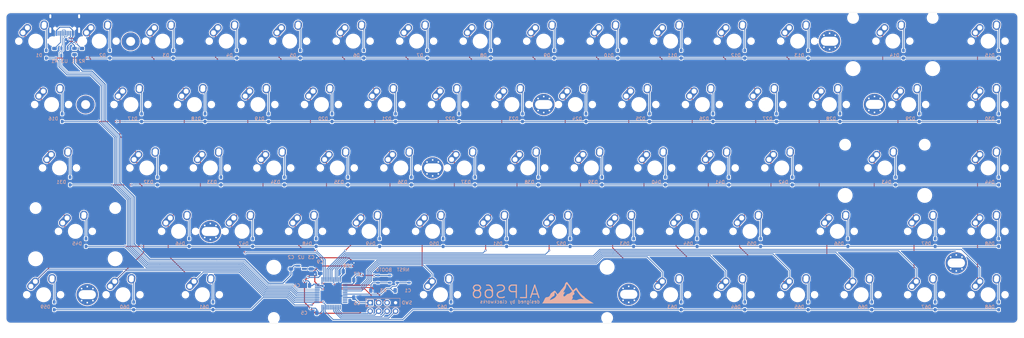
<source format=kicad_pcb>
(kicad_pcb (version 20211014) (generator pcbnew)
  (title_block (title "Alps68") (date "2022-08-24") (rev "A"))
  (layers (0 "F.Cu" signal) (31 "B.Cu" signal) (34 "B.Paste" user) (35 "F.Paste" user) (36 "B.SilkS" user "B.Silkscreen") (37 "F.SilkS" user "F.Silkscreen") (38 "B.Mask" user) (39 "F.Mask" user) (44 "Edge.Cuts" user))
  (net 0 "")
  (net 1 "GND")
  (net 2 "Net-(D1-Pad2)")
  (net 3 "Net-(D2-Pad2)")
  (net 4 "Net-(D3-Pad2)")
  (net 5 "Net-(D4-Pad2)")
  (net 6 "Net-(D5-Pad2)")
  (net 7 "Net-(D6-Pad2)")
  (net 8 "Net-(D7-Pad2)")
  (net 9 "Net-(D8-Pad2)")
  (net 10 "Net-(D9-Pad2)")
  (net 11 "Net-(D10-Pad2)")
  (net 12 "Net-(D11-Pad2)")
  (net 13 "Net-(D12-Pad2)")
  (net 14 "Net-(D13-Pad2)")
  (net 15 "Net-(D14-Pad2)")
  (net 16 "Net-(D15-Pad2)")
  (net 17 "Net-(D16-Pad2)")
  (net 18 "Net-(D17-Pad2)")
  (net 19 "Net-(D18-Pad2)")
  (net 20 "Net-(D19-Pad2)")
  (net 21 "Net-(D20-Pad2)")
  (net 22 "Net-(D21-Pad2)")
  (net 23 "Net-(D22-Pad2)")
  (net 24 "Net-(D23-Pad2)")
  (net 25 "Net-(D24-Pad2)")
  (net 26 "Net-(D25-Pad2)")
  (net 27 "Net-(D27-Pad2)")
  (net 28 "Net-(D28-Pad2)")
  (net 29 "Net-(D29-Pad2)")
  (net 30 "Net-(D30-Pad2)")
  (net 31 "Net-(D31-Pad2)")
  (net 32 "Net-(D32-Pad2)")
  (net 33 "Net-(D33-Pad2)")
  (net 34 "Net-(D34-Pad2)")
  (net 35 "Net-(D35-Pad2)")
  (net 36 "Net-(D36-Pad2)")
  (net 37 "Net-(D38-Pad2)")
  (net 38 "Net-(D39-Pad2)")
  (net 39 "Net-(D40-Pad2)")
  (net 40 "Net-(D41-Pad2)")
  (net 41 "Net-(D42-Pad2)")
  (net 42 "Net-(D43-Pad2)")
  (net 43 "Net-(D44-Pad2)")
  (net 44 "Net-(D45-Pad2)")
  (net 45 "Net-(D46-Pad2)")
  (net 46 "Net-(D47-Pad2)")
  (net 47 "Net-(D48-Pad2)")
  (net 48 "Net-(D49-Pad2)")
  (net 49 "Net-(D50-Pad2)")
  (net 50 "Net-(D51-Pad2)")
  (net 51 "Net-(D52-Pad2)")
  (net 52 "Net-(D53-Pad2)")
  (net 53 "Net-(D54-Pad2)")
  (net 54 "Net-(D55-Pad2)")
  (net 55 "Net-(D56-Pad2)")
  (net 56 "Net-(D57-Pad2)")
  (net 57 "Net-(D58-Pad2)")
  (net 58 "Net-(D59-Pad2)")
  (net 59 "Net-(D60-Pad2)")
  (net 60 "Net-(D61-Pad2)")
  (net 61 "Net-(D62-Pad2)")
  (net 62 "Net-(D63-Pad2)")
  (net 63 "Net-(D64-Pad2)")
  (net 64 "Net-(D65-Pad2)")
  (net 65 "Net-(D66-Pad2)")
  (net 66 "Net-(D67-Pad2)")
  (net 67 "Net-(D68-Pad2)")
  (net 68 "VCC")
  (net 69 "Net-(J1-PadA5)")
  (net 70 "USB_D+")
  (net 71 "USB_D-")
  (net 73 "Net-(J1-PadB5)")
  (net 75 "COL0")
  (net 76 "COL1")
  (net 77 "COL2")
  (net 78 "COL3")
  (net 79 "COL4")
  (net 80 "COL5")
  (net 81 "COL6")
  (net 82 "COL7")
  (net 83 "COL8")
  (net 84 "COL9")
  (net 85 "COL10")
  (net 86 "COL11")
  (net 87 "COL12")
  (net 88 "COL13")
  (net 89 "COL14")
  (net 90 "NRST")
  (net 91 "+5V")
  (net 92 "+3V3")
  (net 93 "ROW0")
  (net 94 "ROW1")
  (net 95 "Net-(D26-Pad2)")
  (net 96 "ROW2")
  (net 97 "Net-(D37-Pad2)")
  (net 98 "ROW3")
  (net 99 "ROW4")
  (net 100 "PA7")
  (net 101 "SWDIO")
  (net 102 "PA6")
  (net 103 "SWCLK")
  (net 104 "PA5")
  (net 105 "PA4")
  (net 106 "BOOT0")
  (footprint "Alps68:MX-1U-NoLED" (layer "F.Cu") (at 168.525 54.26066)
    (fp_text reference "K8")
    (fp_text value "MX_Alps_Hybrid")
  )
  (footprint "Alps68:MX-1U-NoLED" (layer "F.Cu") (at 230.4375 111.41066)
    (fp_text reference "K54")
    (fp_text value "MX_Alps_Hybrid")
  )
  (footprint "Alps68:MX-1.25U-NoLED" (layer "F.Cu") (at 37.55625 130.46066)
    (fp_text reference "K59")
    (fp_text value "MX_Alps_Hybrid")
  )
  (footprint "Alps68:MX-1U-NoLED" (layer "F.Cu") (at 197.1 73.31066)
    (fp_text reference "K24")
    (fp_text value "MX_Alps_Hybrid")
  )
  (footprint "Alps68:MX-1U-NoLED" (layer "F.Cu") (at 92.325 54.26066)
    (fp_text reference "K4")
    (fp_text value "MX_Alps_Hybrid")
  )
  (footprint "Alps68:MX-1U-NoLED" (layer "F.Cu") (at 54.225 54.26066)
    (fp_text reference "K2")
    (fp_text value "MX_Alps_Hybrid")
  )
  (footprint "Alps68:MX-1U-NoLED" (layer "F.Cu") (at 139.95 73.31066)
    (fp_text reference "K21")
    (fp_text value "MX_Alps_Hybrid")
  )
  (footprint "Alps68:MX-1U-NoLED" (layer "F.Cu") (at 220.9125 92.36066)
    (fp_text reference "K40")
    (fp_text value "MX_Alps_Hybrid")
  )
  (footprint "Alps68:MountingHole_3.2mm_M2.5x5.2mm_Pad_Via" (layer "F.Cu") (at 311.39062 120.92014)
    (fp_text reference "REF**" hide)
    (fp_text value "MountingHole_3.2mm_M2.5x5.2mm_Pad_Via")
  )
  (footprint "Alps68:MX-1.5U-NoLED" (layer "F.Cu") (at 297.1125 73.31066)
    (fp_text reference "K29")
    (fp_text value "MX_Alps_Hybrid")
  )
  (footprint "Alps68:MX-1U-NoLED" (layer "F.Cu") (at 111.375 54.26066)
    (fp_text reference "K5")
    (fp_text value "MX_Alps_Hybrid")
  )
  (footprint "Alps68:MX-1U-NoLED" (layer "F.Cu") (at 282.825 130.46066)
    (fp_text reference "K66")
    (fp_text value "MX_Alps_Hybrid")
  )
  (footprint "Alps68:MX-1U-NoLED" (layer "F.Cu") (at 320.925 73.31066)
    (fp_text reference "K30")
    (fp_text value "MX_Alps_Hybrid")
  )
  (footprint "Alps68:MX-1U-NoLED" (layer "F.Cu") (at 87.5625 92.36066)
    (fp_text reference "K33")
    (fp_text value "MX_Alps_Hybrid")
  )
  (footprint "Alps68:MX-1U-NoLED" (layer "F.Cu") (at 73.275 54.26066)
    (fp_text reference "K3")
    (fp_text value "MX_Alps_Hybrid")
  )
  (footprint "Alps68:MX-1U-NoLED" (layer "F.Cu") (at 125.6625 92.36066)
    (fp_text reference "K35")
    (fp_text value "MX_Alps_Hybrid")
  )
  (footprint "Alps68:MX-1U-NoLED" (layer "F.Cu") (at 120.9 73.31066)
    (fp_text reference "K20")
    (fp_text value "MX_Alps_Hybrid")
  )
  (footprint "Alps68:MX-1U-NoLED" (layer "F.Cu") (at 211.3875 111.41066)
    (fp_text reference "K53")
    (fp_text value "MX_Alps_Hybrid")
  )
  (footprint "Alps68:MX-1U-NoLED" (layer "F.Cu") (at 259.0125 92.36066)
    (fp_text reference "K42")
    (fp_text value "MX_Alps_Hybrid")
  )
  (footprint "Alps68:MX-2.25U-NoLED" (layer "F.Cu") (at 47.08125 111.41066)
    (fp_text reference "K45")
    (fp_text value "MX_Alps_Hybrid")
  )
  (footprint "Alps68:MX-1U-NoLED" (layer "F.Cu") (at 273.3 73.31066)
    (fp_text reference "K28")
    (fp_text value "MX_Alps_Hybrid")
  )
  (footprint "Alps68:MX-1U-NoLED" (layer "F.Cu") (at 187.575 54.26066)
    (fp_text reference "K9")
    (fp_text value "MX_Alps_Hybrid")
  )
  (footprint "Alps68:MX-1U-NoLED" (layer "F.Cu") (at 163.7625 92.36066)
    (fp_text reference "K37")
    (fp_text value "MX_Alps_Hybrid")
  )
  (footprint "Alps68:MX-1.25U-NoLED" (layer "F.Cu") (at 61.36875 130.46066)
    (fp_text reference "K60")
    (fp_text value "MX_Alps_Hybrid")
  )
  (footprint "Alps68:MX-1U-NoLED" (layer "F.Cu") (at 68.5125 92.36066)
    (fp_text reference "K32")
    (fp_text value "MX_Alps_Hybrid")
  )
  (footprint "Alps68:MX-1U-NoLED" (layer "F.Cu") (at 35.175 54.26066)
    (fp_text reference "K1")
    (fp_text value "MX_Alps_Hybrid")
  )
  (footprint "MountingHole:MountingHole_2.7mm_M2.5_Pad" (layer "F.Cu") (at 63.65914 54.34702)
    (fp_text reference "REF**" hide)
    (fp_text value "MountingHole_2.7mm_M2.5_Pad")
  )
  (footprint "Alps68:MX-1U-NoLED" (layer "F.Cu") (at 192.3375 111.41066)
    (fp_text reference "K52")
    (fp_text value "MX_Alps_Hybrid")
  )
  (footprint "Alps68:MX-1U-NoLED" (layer "F.Cu") (at 116.1375 111.41066)
    (fp_text reference "K48")
    (fp_text value "MX_Alps_Hybrid")
  )
  (footprint "Alps68:MX-1U-NoLED" (layer "F.Cu") (at 235.2 73.31066)
    (fp_text reference "K26")
    (fp_text value "MX_Alps_Hybrid")
  )
  (footprint "Alps68:MX-1U-NoLED" (layer "F.Cu") (at 135.1875 111.41066)
    (fp_text reference "K49")
    (fp_text value "MX_Alps_Hybrid")
  )
  (footprint "Alps68:MX-1.5U-NoLED" (layer "F.Cu") (at 39.9375 73.31066)
    (fp_text reference "K16")
    (fp_text value "MX_Alps_Hybrid")
  )
  (footprint "Alps68:MX-1U-NoLED" (layer "F.Cu") (at 78.0375 111.41066)
    (fp_text reference "K46")
    (fp_text value "MX_Alps_Hybrid")
  )
  (footprint "Alps68:MX-1U-NoLED" (layer "F.Cu") (at 173.2875 111.41066)
    (fp_text reference "K51")
    (fp_text value "MX_Alps_Hybrid")
  )
  (footprint "Alps68:MX-1U-NoLED" (layer "F.Cu") (at 320.925 130.46066)
    (fp_text reference "K68")
    (fp_text value "MX_Alps_Hybrid")
  )
  (footprint "Alps68:MX-1U-NoLED" (layer "F.Cu") (at 201.8625 92.36066)
    (fp_text reference "K39")
    (fp_text value "MX_Alps_Hybrid")
  )
  (footprint "Alps68:MX-1.75U-NoLED" (layer "F.Cu") (at 42.31875 92.36066)
    (fp_text reference "K31")
    (fp_text value "MX_Alps_Hybrid")
  )
  (footprint "Alps68:MX-1U-NoLED" (layer "F.Cu") (at 106.6125 92.36066)
    (fp_text reference "K34")
    (fp_text value "MX_Alps_Hybrid")
  )
  (footprint "Alps68:MX-1U-NoLED" (layer "F.Cu") (at 320.925 92.36066)
    (fp_text reference "K44")
    (fp_text value "MX_Alps_Hybrid")
  )
  (footprint "Alps68:MX-1U-NoLED" (layer "F.Cu") (at 216.15 73.31066)
    (fp_text reference "K25")
    (fp_text value "MX_Alps_Hybrid")
  )
  (footprint "Alps68:MX-1U-NoLED" (layer "F.Cu") (at 320.925 54.26066)
    (fp_text reference "K15")
    (fp_text value "MX_Alps_Hybrid")
  )
  (footprint "Alps68:MX-1U-NoLED" (layer "F.Cu") (at 206.625 54.26066)
    (fp_text reference "K10")
    (fp_text value "MX_Alps_Hybrid")
  )
  (footprint "Alps68:MX-1.75U-NoLED" (layer "F.Cu") (at 275.68125 111.41066)
    (fp_text reference "K56")
    (fp_text value "MX_Alps_Hybrid")
  )
  (footprint "Alps68:MX-1U-NoLED" (layer "F.Cu") (at 154.2375 111.41066)
    (fp_text reference "K50")
    (fp_text value "MX_Alps_Hybrid")
  )
  (footprint "Alps68:MX-1U-NoLED" (layer "F.Cu") (at 249.4875 111.41066)
    (fp_text reference "K55")
    (fp_text value "MX_Alps_Hybrid")
  )
  (footprint "Alps68:MX-1U-NoLED" (layer "F.Cu") (at 130.425 54.26066)
    (fp_text reference "K6")
    (fp_text value "MX_Alps_Hybrid")
  )
  (footprint "Alps68:MX-2.25U-NoLED" (layer "F.Cu") (at 289.96875 92.36066)
    (fp_text reference "K43")
    (fp_text value "MX_Alps_Hybrid")
  )
  (footprint "Alps68:MX-1U-NoLED" (layer "F.Cu") (at 301.875 130.46066)
    (fp_text reference "K67")
    (fp_text value "MX_Alps_Hybrid")
  )
  (footprint "Alps68:MountingHole_3.2mm_M2.5x5.2mm_Pad_Via" (layer "F.Cu") (at 187.60098 73.31066)
    (fp_text reference "REF**" hide)
    (fp_text value "MountingHole_3.2mm_M2.5x5.2mm_Pad_Via")
  )
  (footprint "Alps68:MountingHole_3.2mm_M2.5x5.2mm_Pad_Via" (layer "F.Cu") (at 273.36662 54.3013)
    (fp_text reference "REF**" hide)
    (fp_text value "MountingHole_3.2mm_M2.5x5.2mm_Pad_Via")
  )
  (footprint "Alps68:MountingHole_3.2mm_M2.5x5.2mm_Pad_Via" (layer "F.Cu") (at 50.64418 130.43526)
    (fp_text reference "REF**" hide)
    (fp_text value "MountingHole_3.2mm_M2.5x5.2mm_Pad_Via")
  )
  (footprint "Alps68:MX-1U-NoLED" (layer "F.Cu") (at 149.475 54.26066)
    (fp_text reference "K7")
    (fp_text value "MX_Alps_Hybrid")
  )
  (footprint "Alps68:MountingHole_3.2mm_M2.5x5.2mm_Pad_Via" (layer "F.Cu") (at 154.27618 92.36066)
    (fp_text reference "REF**" hide)
    (fp_text value "MountingHole_3.2mm_M2.5x5.2mm_Pad_Via")
  )
  (footprint "Alps68:MX-1U-NoLED" (layer "F.Cu") (at 244.725 130.46066)
    (fp_text reference "K64")
    (fp_text value "MX_Alps_Hybrid")
  )
  (footprint "Alps68:MX-6.25U-ReversedStabilizers-NoLED" (layer "F.Cu") (at 156.61875 130.46066)
    (fp_text reference "K62")
    (fp_text value "MX_Alps_Hybrid")
  )
  (footprint "Alps68:MX-1.25U-NoLED" (layer "F.Cu") (at 85.18125 130.46066)
    (fp_text reference "K61")
    (fp_text value "MX_Alps_Hybrid")
  )
  (footprint "Alps68:MX-1U-NoLED" (layer "F.Cu") (at 225.675 130.46066)
    (fp_text reference "K63")
    (fp_text value "MX_Alps_Hybrid")
  )
  (footprint "Alps68:MX-1U-NoLED" (layer "F.Cu") (at 263.775 54.26066)
    (fp_text reference "K13")
    (fp_text value "MX_Alps_Hybrid")
  )
  (footprint "Alps68:MX-1U-NoLED" (layer "F.Cu") (at 159 73.31066)
    (fp_text reference "K22")
    (fp_text value "MX_Alps_Hybrid")
  )
  (footprint "Alps68:MX-1U-NoLED" (layer "F.Cu") (at 182.8125 92.36066)
    (fp_text reference "K38")
    (fp_text value "MX_Alps_Hybrid")
  )
  (footprint "Alps68:MX-1U-NoLED" (layer "F.Cu") (at 101.85 73.31066)
    (fp_text reference "K19")
    (fp_text value "MX_Alps_Hybrid")
  )
  (footprint "Alps68:MX-1U-NoLED" (layer "F.Cu") (at 63.75 73.31066)
    (fp_text reference "K17")
    (fp_text value "MX_Alps_Hybrid")
  )
  (footprint "MountingHole:MountingHole_2.7mm_M2.5_Pad" (layer "F.Cu") (at 50.14634 73.32082)
    (fp_text reference "REF**" hide)
    (fp_text value "MountingHole_2.7mm_M2.5_Pad")
  )
  (footprint "Alps68:MountingHole_3.2mm_M2.5x5.2mm_Pad_Via" (layer "F.Cu") (at 87.5707 111.45638)
    (fp_text reference "REF**" hide)
    (fp_text value "MountingHole_3.2mm_M2.5x5.2mm_Pad_Via")
  )
  (footprint "Alps68:MX-1U-NoLED" (layer "F.Cu") (at 244.725 54.26066)
    (fp_text reference "K12")
    (fp_text value "MX_Alps_Hybrid")
  )
  (footprint "Alps68:MX-1U-NoLED" (layer "F.Cu") (at 320.925 111.41066)
    (fp_text reference "K58")
    (fp_text value "MX_Alps_Hybrid")
  )
  (footprint "Alps68:MX-1U-NoLED" (layer "F.Cu") (at 254.25 73.31066)
    (fp_text reference "K27")
    (fp_text value "MX_Alps_Hybrid")
  )
  (footprint "Alps68:MX-1U-NoLED" (layer "F.Cu") (at 263.775 130.46066)
    (fp_text reference "K65")
    (fp_text value "MX_Alps_Hybrid")
  )
  (footprint "Alps68:MX-1U-NoLED" (layer "F.Cu") (at 225.675 54.26066)
    (fp_text reference "K11")
    (fp_text value "MX_Alps_Hybrid")
  )
  (footprint "Alps68:MX-1U-NoLED" (layer "F.Cu") (at 144.7125 92.36066)
    (fp_text reference "K36")
    (fp_text value "MX_Alps_Hybrid")
  )
  (footprint "Alps68:MX-1U-NoLED" (layer "F.Cu") (at 97.0875 111.41066)
    (fp_text reference "K47")
    (fp_text value "MX_Alps_Hybrid")
  )
  (footprint "Alps68:MountingHole_3.2mm_M2.5x5.2mm_Pad_Via" (layer "F.Cu") (at 213.10258 130.34382)
    (fp_text reference "REF**" hide)
    (fp_text value "MountingHole_3.2mm_M2.5x5.2mm_Pad_Via")
  )
  (footprint "Alps68:MX-2U-NoLED" (layer "F.Cu") (at 292.35 54.26066)
    (fp_text reference "K14")
    (fp_text value "MX_Alps_Hybrid")
  )
  (footprint "Alps68:MX-1U-NoLED" (layer "F.Cu") (at 301.875 111.41066)
    (fp_text reference "K57")
    (fp_text value "MX_Alps_Hybrid")
  )
  (footprint "Alps68:MX-1U-NoLED" (layer "F.Cu") (at 239.9625 92.36066)
    (fp_text reference "K41")
    (fp_text value "MX_Alps_Hybrid")
  )
  (footprint "Alps68:MountingHole_3.2mm_M2.5x5.2mm_Pad_Via" (layer "F.Cu") (at 286.84386 73.2751)
    (fp_text reference "REF**" hide)
    (fp_text value "MountingHole_3.2mm_M2.5x5.2mm_Pad_Via")
  )
  (footprint "Alps68:MX-1U-NoLED" (layer "F.Cu") (at 82.8 73.31066)
    (fp_text reference "K18")
    (fp_text value "MX_Alps_Hybrid")
  )
  (footprint "Alps68:MX-1U-NoLED" (layer "F.Cu") (at 178.05 73.31066)
    (fp_text reference "K23")
    (fp_text value "MX_Alps_Hybrid")
  )
  (footprint "Alps68:D_SOD-323_HandSoldering_NoSilkScreen" (layer "B.Cu") (at 233.6125 114.790119 180)
    (fp_text reference "D54")
    (fp_text value "D")
  )
  (footprint "Alps68:D_SOD-323_HandSoldering_NoSilkScreen" (layer "B.Cu") (at 238.375 77.26066 180)
    (fp_text reference "D26")
    (fp_text value "D")
  )
  (footprint "Alps68:SW_SPST_TS-1177" (layer "B.Cu") (at 145.4252 125.7554 180)
    (fp_text reference "NRST")
    (fp_text value "SW_Push")
  )
  (footprint "Alps68:D_SOD-323_HandSoldering_NoSilkScreen" (layer "B.Cu") (at 305.05 133.81066 180)
    (fp_text reference "D67")
    (fp_text value "D")
  )
  (footprint "Alps68:D_SOD-323_HandSoldering_NoSilkScreen" (layer "B.Cu") (at 100.2625 114.790119 180)
    (fp_text reference "D47")
    (fp_text value "D")
  )
  (footprint "Alps68:D_SOD-323_HandSoldering_NoSilkScreen" (layer "B.Cu") (at 190.75 58.21066 180)
    (fp_text reference "D9")
    (fp_text value "D")
  )
  (footprint "Alps68:D_SOD-323_HandSoldering_NoSilkScreen" (layer "B.Cu") (at 162.175 77.26066 180)
    (fp_text reference "D22")
    (fp_text value "D")
  )
  (footprint "Alps68:D_SOD-323_HandSoldering_NoSilkScreen" (layer "B.Cu") (at 324.1 114.790119 180)
    (fp_text reference "D58")
    (fp_text value "D")
  )
  (footprint "Alps68:D_SOD-323_HandSoldering_NoSilkScreen" (layer "B.Cu") (at 57.4 58.21066 180)
    (fp_text reference "D2")
    (fp_text value "D")
  )
  (footprint "Alps68:D_SOD-323_HandSoldering_NoSilkScreen" (layer "B.Cu") (at 257.425 77.26066 180)
    (fp_text reference "D27")
    (fp_text value "D")
  )
  (footprint "Alps68:D_SOD-323_HandSoldering_NoSilkScreen" (layer "B.Cu") (at 95.5 58.21066 180)
    (fp_text reference "D4")
    (fp_text value "D")
  )
  (footprint "Alps68:D_SOD-323_HandSoldering_NoSilkScreen" (layer "B.Cu") (at 214.5625 114.790119 180)
    (fp_text reference "D53")
    (fp_text value "D")
  )
  (footprint "Alps68:D_SOD-323_HandSoldering_NoSilkScreen" (layer "B.Cu") (at 185.9875 96.31066 180)
    (fp_text reference "D38")
    (fp_text value "D")
  )
  (footprint "Alps68:D_SOD-323_HandSoldering_NoSilkScreen" (layer "B.Cu") (at 90.7375 96.31066 180)
    (fp_text reference "D33")
    (fp_text value "D")
  )
  (footprint "Alps68:D_SOD-323_HandSoldering_NoSilkScreen" (layer "B.Cu") (at 324.1 133.81066 180)
    (fp_text reference "D68")
    (fp_text value "D")
  )
  (footprint "Capacitor_SMD:C_0805_2012Metric" (layer "B.Cu") (at 143.9672 129.1844 180)
    (fp_text reference "C1")
    (fp_text value "100nF")
  )
  (footprint "Alps68:D_SOD-323_HandSoldering_NoSilkScreen" (layer "B.Cu") (at 181.225 77.26066 180)
    (fp_text reference "D23")
    (fp_text value "D")
  )
  (footprint "Alps68:D_SOD-323_HandSoldering_NoSilkScreen" (layer "B.Cu") (at 147.8875 96.31066 180)
    (fp_text reference "D36")
    (fp_text value "D")
  )
  (footprint "Capacitor_SMD:C_0805_2012Metric" (layer "B.Cu") (at 131.568 131.34966)
    (fp_text reference "C6")
    (fp_text value "100nF")
  )
  (footprint "Alps68:D_SOD-323_HandSoldering_NoSilkScreen" (layer "B.Cu") (at 159.79375 133.81066 180)
    (fp_text reference "D62")
    (fp_text value "D")
  )
  (footprint "Alps68:D_SOD-323_HandSoldering_NoSilkScreen" (layer "B.Cu") (at 247.9 133.81066 180)
    (fp_text reference "D64")
    (fp_text value "D")
  )
  (footprint "Alps68:D_SOD-323_HandSoldering_NoSilkScreen" (layer "B.Cu") (at 119.3125 114.790119 180)
    (fp_text reference "D48")
    (fp_text value "D")
  )
  (footprint "Alps68:D_SOD-323_HandSoldering_NoSilkScreen" (layer "B.Cu") (at 247.9 58.21066 180)
    (fp_text reference "D12")
    (fp_text value "D")
  )
  (footprint "Alps68:SW_SPST_TS-1177" (layer "B.Cu") (at 139.6422 125.76166 180)
    (fp_text reference "BOOT0")
    (fp_text value "SW_Push")
  )
  (footprint "Alps68:D_SOD-323_HandSoldering_NoSilkScreen" (layer "B.Cu") (at 195.5125 114.790119 180)
    (fp_text reference "D52")
    (fp_text value "D")
  )
  (footprint "Alps68:D_SOD-323_HandSoldering_NoSilkScreen" (layer "B.Cu") (at 64.54375 133.81066 180)
    (fp_text reference "D60")
    (fp_text value "D")
  )
  (footprint "Resistor_SMD:R_0805_2012Metric" (layer "B.Cu") (at 136.648 129.19066)
    (fp_text reference "R3")
    (fp_text value "5.1k")
  )
  (footprint "Alps68:D_SOD-323_HandSoldering_NoSilkScreen" (layer "B.Cu") (at 324.1 96.31066 180)
    (fp_text reference "D44")
    (fp_text value "D")
  )
  (footprint "Alps68:D_SOD-323_HandSoldering_NoSilkScreen" (layer "B.Cu") (at 85.975 77.26066 180)
    (fp_text reference "D18")
    (fp_text value "D")
  )
  (footprint "Resistor_SMD:R_0805_2012Metric" (layer "B.Cu") (at 49.018 57.38486 90)
    (fp_text reference "R2")
    (fp_text value "5.1k")
  )
  (footprint "Alps68:D_SOD-323_HandSoldering_NoSilkScreen" (layer "B.Cu") (at 50.25625 114.790119 180)
    (fp_text reference "D45")
    (fp_text value "D")
  )
  (footprint "Alps68:D_SOD-323_HandSoldering_NoSilkScreen" (layer "B.Cu") (at 88.35625 133.81066 180)
    (fp_text reference "D61")
    (fp_text value "D")
  )
  (footprint "Alps68:D_SOD-323_HandSoldering_NoSilkScreen" (layer "B.Cu") (at 66.925 77.26066 180)
    (fp_text reference "D17")
    (fp_text value "D")
  )
  (footprint "Alps68:D_SOD-323_HandSoldering_NoSilkScreen" (layer "B.Cu") (at 228.85 58.21066 180)
    (fp_text reference "D11")
    (fp_text value "D")
  )
  (footprint "Alps68:D_SOD-323_HandSoldering_NoSilkScreen" (layer "B.Cu") (at 300.2875 77.26066 180)
    (fp_text reference "D29")
    (fp_text value "D")
  )
  (footprint "Capacitor_SMD:C_0805_2012Metric" (layer "B.Cu") (at 117.852 121.74846 90)
    (fp_text reference "C3")
    (fp_text value "2.2uF")
  )
  (footprint "Alps68:D_SOD-323_HandSoldering_NoSilkScreen" (layer "B.Cu") (at 143.125 77.26066 180)
    (fp_text reference "D21")
    (fp_text value "D")
  )
  (footprint "Alps68:D_SOD-323_HandSoldering_NoSilkScreen" (layer "B.Cu") (at 219.325 77.26066 180)
    (fp_text reference "D25")
    (fp_text value "D")
  )
  (footprint "Alps68:D_SOD-323_HandSoldering_NoSilkScreen" (layer "B.Cu") (at 286 133.81066 180)
    (fp_text reference "D66")
    (fp_text value "D")
  )
  (footprint "Alps68:D_SOD-323_HandSoldering_NoSilkScreen" (layer "B.Cu") (at 105.025 77.26066 180)
    (fp_text reference "D19")
    (fp_text value "D")
  )
  (footprint "Alps68:D_SOD-323_HandSoldering_NoSilkScreen" (layer "B.Cu") (at 40.73125 133.81066 180)
    (fp_text reference "D59")
    (fp_text value "D")
  )
  (footprint "Alps68:D_SOD-323_HandSoldering_NoSilkScreen" (layer "B.Cu") (at 262.1875 96.31066 180)
    (fp_text reference "D42")
    (fp_text value "D")
  )
  (footprint "Connector_USB:USB_C_Receptacle_HRO_TYPE-C-31-M-12" (layer "B.Cu") (at 43.87234 47.84972)
    (fp_text reference "J1" hide)
    (fp_text value "USB_C_Receptacle_USB2.0")
  )
  (footprint "Connector_PinHeader_2.54mm:PinHeader_2x04_P2.54mm_Vertical" (layer "B.Cu") (at 135.527693 132.859424 -90)
    (fp_text reference "J2" hide)
    (fp_text value "Conn_02x04_Top_Bottom")
  )
  (footprint "Alps68:D_SOD-323_HandSoldering_NoSilkScreen" (layer "B.Cu") (at 228.85 133.81066 180)
    (fp_text reference "D63")
    (fp_text value "D")
  )
  (footprint "Alps68:SOT-143" (layer "B.Cu") (at 43.811 57.51186 90)
    (fp_text reference "U3")
    (fp_text value "PRTR5V0U2X")
  )
  (footprint "Capacitor_SMD:C_0805_2012Metric" (layer "B.Cu") (at 120.519 123.09466 90)
    (fp_text reference "C9")
    (fp_text value "4.7uF")
  )
  (footprint "Alps68:D_SOD-323_HandSoldering_NoSilkScreen" (layer "B.Cu") (at 176.4625 114.790119 180)
    (fp_text reference "D51")
    (fp_text value "D")
  )
  (footprint "Alps68:D_SOD-323_HandSoldering_NoSilkScreen" (layer "B.Cu") (at 114.55 58.21066 180)
    (fp_text reference "D5")
    (fp_text value "D")
  )
  (footprint "Alps68:D_SOD-323_HandSoldering_NoSilkScreen" (layer "B.Cu") (at 324.1 77.26066 180)
    (fp_text reference "D30")
    (fp_text value "D")
  )
  (footprint "Capacitor_SMD:C_0805_2012Metric" (layer "B.Cu") (at 118.5632 135.92166 180)
    (fp_text reference "C5")
    (fp_text value "100nF")
  )
  (footprint "Alps68:D_SOD-323_HandSoldering_NoSilkScreen" (layer "B.Cu") (at 278.85625 114.790119 180)
    (fp_text reference "D56")
    (fp_text value "D")
  )
  (footprint "Package_TO_SOT_SMD:SOT-23" (layer "B.Cu") (at 114.804 121.74846 180)
    (fp_text reference "U2")
    (fp_text value "AP2210N-3.3")
  )
  (footprint "Alps68:D_SOD-323_HandSoldering_NoSilkScreen" (layer "B.Cu") (at 128.8375 96.31066 180)
    (fp_text reference "D35")
    (fp_text value "D")
  )
  (footprint "Alps68:D_SOD-323_HandSoldering_NoSilkScreen" (layer "B.Cu") (at 133.6 58.21066 180)
    (fp_text reference "D6")
    (fp_text value "D")
  )
  (footprint "Alps68:D_SOD-323_HandSoldering_NoSilkScreen" (layer "B.Cu") (at 81.2125 114.790119 180)
    (fp_text reference "D46")
    (fp_text value "D")
  )
  (footprint "Alps68:D_SOD-323_HandSoldering_NoSilkScreen" (layer "B.Cu") (at 109.7875 96.31066 180)
    (fp_text reference "D34")
    (fp_text value "D")
  )
  (footprint "Alps68:D_SOD-323_HandSoldering_NoSilkScreen" (layer "B.Cu") (at 205.0375 96.31066 180)
    (fp_text reference "D39")
    (fp_text value "D")
  )
  (footprint "Alps68:D_SOD-323_HandSoldering_NoSilkScreen" (layer "B.Cu") (at 243.1375 96.31066 180)
    (fp_text reference "D41")
    (fp_text value "D")
  )
  (footprint "Capacitor_SMD:C_0805_2012Metric" (layer "B.Cu") (at 111.756 121.74846 90)
    (fp_text reference "C2")
    (fp_text value "1uF")
  )
  (footprint "Alps68:D_SOD-323_HandSoldering_NoSilkScreen" (layer "B.Cu") (at 171.7 58.21066 180)
    (fp_text reference "D8")
    (fp_text value "D")
  )
  (footprint "Alps68:D_SOD-323_HandSoldering_NoSilkScreen" (layer "B.Cu") (at 76.45 58.21066 180)
    (fp_text reference "D3")
    (fp_text value "D")
  )
  (footprint "Alps68:D_SOD-323_HandSoldering_NoSilkScreen" (layer "B.Cu") (at 266.95 133.81066 180)
    (fp_text reference "D65")
    (fp_text value "D")
  )
  (footprint "Alps68:D_SOD-323_HandSoldering_NoSilkScreen" (layer "B.Cu") (at 200.275 77.26066 180)
    (fp_text reference "D24")
    (fp_text value "D")
  )
  (footprint "Alps68:D_SOD-323_HandSoldering_NoSilkScreen" (layer "B.Cu") (at 157.4125 114.790119 180)
    (fp_text reference "D50")
    (fp_text value "D")
  )
  (footprint "Alps68:D_SOD-323_HandSoldering_NoSilkScreen" (layer "B.Cu") (at 266.95 58.21066 180)
    (fp_text reference "D13")
    (fp_text value "D")
  )
  (footprint "Alps68:D_SOD-323_HandSoldering_NoSilkScreen" (layer "B.Cu") (at 43.1125 77.26066 180)
    (fp_text reference "D16")
    (fp_text value "D")
  )
  (footprint "Alps68:D_SOD-323_HandSoldering_NoSilkScreen" (layer "B.Cu") (at 324.1 58.21066 180)
    (fp_text reference "D15")
    (fp_text value "D")
  )
  (footprint "Alps68:D_SOD-323_HandSoldering_NoSilkScreen" (layer "B.Cu") (at 293.14375 96.31066 180)
    (fp_text reference "D43")
    (fp_text value "D")
  )
  (footprint "Alps68:D_SOD-323_HandSoldering_NoSilkScreen" (layer "B.Cu") (at 45.49375 96.31066 180)
    (fp_text reference "D31")
    (fp_text value "D")
  )
  (footprint "Package_QFP:LQFP-48_7x7mm_P0.5mm" (layer "B.Cu") (at 123.821 130.05426 180)
    (fp_text reference "U1" hide)
    (fp_text value "STM32F072C8Tx")
  )
  (footprint "Alps68:D_SOD-323_HandSoldering_NoSilkScreen" (layer "B.Cu") (at 38.35 58.21066 180)
    (fp_text reference "D1")
    (fp_text value "D")
  )
  (footprint "Resistor_SMD:R_0805_2012Metric" (layer "B.Cu") (at 40.811 57.38486 90)
    (fp_text reference "R1")
    (fp_text value "5.1k")
  )
  (footprint "Alps68:D_SOD-323_HandSoldering_NoSilkScreen" (layer "B.Cu") (at 209.8 58.21066 180)
    (fp_text reference "D10")
    (fp_text value "D")
  )
  (footprint "Alps68:D_SOD-323_HandSoldering_NoSilkScreen" (layer "B.Cu") (at 224.0875 96.31066 180)
    (fp_text reference "D40")
    (fp_text value "D")
  )
  (footprint "Alps68:D_SOD-323_HandSoldering_NoSilkScreen" (layer "B.Cu") (at 124.075 77.26066 180)
    (fp_text reference "D20")
    (fp_text value "D")
  )
  (footprint "Capacitor_SMD:C_0805_2012Metric" (layer "B.Cu") (at 128.397 123.43566)
    (fp_text reference "C8")
    (fp_text value "100nF")
  )
  (footprint "Alps68:D_SOD-323_HandSoldering_NoSilkScreen" (layer "B.Cu") (at 295.525 58.21066 180)
    (fp_text reference "D14")
    (fp_text value "D")
  )
  (footprint "Alps68:Alps68_logo" (layer "B.Cu") (at 194.85 129.85 180)
    (fp_text reference "G***" hide)
    (fp_text value "LOGO" hide)
  )
  (footprint "Alps68:D_SOD-323_HandSoldering_NoSilkScreen" (layer "B.Cu") (at 276.475 77.26066 180)
    (fp_text reference "D28")
    (fp_text value "D")
  )
  (footprint "Alps68:D_SOD-323_HandSoldering_NoSilkScreen" (layer "B.Cu") (at 71.6875 96.31066 180)
    (fp_text reference "D32")
    (fp_text value "D")
  )
  (footprint "Alps68:D_SOD-323_HandSoldering_NoSilkScreen" (layer "B.Cu") (at 152.65 58.21066 180)
    (fp_text reference "D7")
    (fp_text value "D")
  )
  (footprint "Alps68:D_SOD-323_HandSoldering_NoSilkScreen" (layer "B.Cu") (at 166.9375 96.31066 180)
    (fp_text reference "D37")
    (fp_text value "D")
  )
  (footprint "Capacitor_SMD:C_0805_2012Metric" (layer "B.Cu") (at 131.568 126.01566)
    (fp_text reference "C7")
    (fp_text value "100nF")
  )
  (footprint "Capacitor_SMD:C_0805_2012Metric" (layer "B.Cu") (at 116.394 127.69206 180)
    (fp_text reference "C4")
    (fp_text value "100nF")
  )
  (footprint "Alps68:D_SOD-323_HandSoldering_NoSilkScreen" (layer "B.Cu") (at 252.6625 114.790119 180)
    (fp_text reference "D55")
    (fp_text value "D")
  )
  (footprint "Alps68:D_SOD-323_HandSoldering_NoSilkScreen" (layer "B.Cu") (at 305.05 114.790119 180)
    (fp_text reference "D57")
    (fp_text value "D")
  )
  (footprint "Fuse:Fuse_0805_2012Metric" (layer "B.Cu") (at 46.811 57.38486 90)
    (fp_text reference "F1")
    (fp_text value "500mA")
  )
  (footprint "Alps68:D_SOD-323_HandSoldering_NoSilkScreen" (layer "B.Cu") (at 138.3625 114.790119 180)
    (fp_text reference "D49")
    (fp_text value "D")
  )
  (gr_line locked (start 328.45566 45.61066) (end 27.65566 45.61066) (layer "Edge.Cuts") (width 0.05))
  (gr_line locked (start 26.15566 47.11066) (end 26.15566 137.61066) (layer "Edge.Cuts") (width 0.05))
  (gr_line locked (start 329.95566 137.61066) (end 329.95566 47.11066) (layer "Edge.Cuts") (width 0.05))
  (gr_arc locked (start 27.65566 139.11066) (mid 26.595 138.67132) (end 26.15566 137.61066) (layer "Edge.Cuts") (width 0.05))
  (gr_arc locked (start 329.95566 137.61066) (mid 329.51632 138.67132) (end 328.45566 139.11066) (layer "Edge.Cuts") (width 0.05))
  (gr_line locked (start 27.65566 139.11066) (end 328.45566 139.11066) (layer "Edge.Cuts") (width 0.05))
  (gr_arc locked (start 328.45566 45.61066) (mid 329.51632 46.05) (end 329.95566 47.11066) (layer "Edge.Cuts") (width 0.05))
  (gr_arc locked (start 26.15566 47.11066) (mid 26.595 46.05) (end 27.65566 45.61066) (layer "Edge.Cuts") (width 0.05))
  (gr_text "SWD" (at 146.558 132.859424) (layer "B.SilkS") (effects (font (size 1 1)) (justify mirror)))
  (gr_text "designed by clackworks" (at 177.45 132.55) (layer "B.SilkS") (effects (font (size 1 1)) (justify mirror)))
  (gr_text "ALPS68" (at 176.15 129.6) (layer "B.SilkS") (effects (font (size 3.75 3.75) (thickness 0.35)) (justify mirror)))
  (segment (start 118.9 126.55566) (end 118.9 124.3) (width 0.3) (layer "F.Cu") (net 1))
  (segment (start 121.69574 127.80426) (end 120.1486 127.80426) (width 0.3) (layer "F.Cu") (net 1))
  (segment (start 44.208397 54.343603) (end 44.196 54.356) (width 0.3) (layer "F.Cu") (net 1))
  (segment (start 120.1486 127.80426) (end 118.9 126.55566) (width 0.3) (layer "F.Cu") (net 1))
  (segment (start 46.604897 54.343603) (end 44.208397 54.343603) (width 0.3) (layer "F.Cu") (net 1))
  (segment (start 130.65 120.9) (end 129.1 119.35) (width 0.3) (layer "F.Cu") (net 1))
  (segment (start 129.1 119.35) (end 119.5 119.35) (width 0.3) (layer "F.Cu") (net 1))
  (via (at 46.604897 54.343603) (size 0.8) (drill 0.4) (layers "F.Cu" "B.Cu") (net 1))
  (via (at 121.69574 127.80426) (size 0.8) (drill 0.4) (layers "F.Cu" "B.Cu") (net 1))
  (via (at 118.9 124.3) (size 0.8) (drill 0.4) (layers "F.Cu" "B.Cu") (net 1))
  (via (at 44.196 54.356) (size 0.8) (drill 0.4) (layers "F.Cu" "B.Cu") (net 1))
  (via (at 130.65 120.9) (size 0.8) (drill 0.4) (layers "F.Cu" "B.Cu") (net 1))
  (via (at 119.5 119.35) (size 0.8) (drill 0.4) (layers "F.Cu" "B.Cu") (net 1))
  (segment (start 119.6585 127.80426) (end 121.69574 127.80426) (width 0.3) (layer "B.Cu") (net 1))
  (segment (start 47.12234 51.89472) (end 47.12234 53.69524) (width 0.3) (layer "B.Cu") (net 1))
  (segment (start 47.12234 53.82616) (end 46.604897 54.343603) (width 0.3) (layer "B.Cu") (net 1))
  (segment (start 47.12234 53.69524) (end 47.12234 53.82616) (width 0.3) (layer "B.Cu") (net 1))
  (segment (start 121.571 134.21676) (end 121.571 135.979) (width 0.3) (layer "B.Cu") (net 1))
  (segment (start 38.35 50.43566) (end 37.675 49.76066) (width 0.25) (layer "B.Cu") (net 2))
  (segment (start 38.35 57.06066) (end 38.35 50.43566) (width 0.25) (layer "B.Cu") (net 2))
  (segment (start 57.4 57.06066) (end 57.4 50.43566) (width 0.25) (layer "B.Cu") (net 3))
  (segment (start 57.4 50.43566) (end 56.725 49.76066) (width 0.25) (layer "B.Cu") (net 3))
  (segment (start 76.45 50.43566) (end 75.775 49.76066) (width 0.25) (layer "B.Cu") (net 4))
  (segment (start 76.45 57.06066) (end 76.45 50.43566) (width 0.25) (layer "B.Cu") (net 4))
  (segment (start 95.5 50.43566) (end 94.825 49.76066) (width 0.25) (layer "B.Cu") (net 5))
  (segment (start 95.5 57.06066) (end 95.5 50.43566) (width 0.25) (layer "B.Cu") (net 5))
  (segment (start 114.55 57.06066) (end 114.55 50.43566) (width 0.25) (layer "B.Cu") (net 6))
  (segment (start 114.55 50.43566) (end 113.875 49.76066) (width 0.25) (layer "B.Cu") (net 6))
  (segment (start 133.6 50.43566) (end 132.925 49.76066) (width 0.25) (layer "B.Cu") (net 7))
  (segment (start 133.6 57.06066) (end 133.6 50.43566) (width 0.25) (layer "B.Cu") (net 7))
  (segment (start 152.65 50.43566) (end 151.975 49.76066) (width 0.25) (layer "B.Cu") (net 8))
  (segment (start 152.65 57.06066) (end 152.65 50.43566) (width 0.25) (layer "B.Cu") (net 8))
  (segment (start 171.7 50.43566) (end 171.025 49.76066) (width 0.25) (layer "B.Cu") (net 9))
  (segment (start 171.7 57.06066) (end 171.7 50.43566) (width 0.25) (layer "B.Cu") (net 9))
  (segment (start 190.75 50.43566) (end 190.075 49.76066) (width 0.25) (layer "B.Cu") (net 10))
  (segment (start 190.75 57.06066) (end 190.75 50.43566) (width 0.25) (layer "B.Cu") (net 10))
  (segment (start 209.8 50.43566) (end 209.125 49.76066) (width 0.25) (layer "B.Cu") (net 11))
  (segment (start 209.8 57.06066) (end 209.8 50.43566) (width 0.25) (layer "B.Cu") (net 11))
  (segment (start 228.85 50.43566) (end 228.175 49.76066) (width 0.25) (layer "B.Cu") (net 12))
  (segment (start 228.85 57.06066) (end 228.85 50.43566) (width 0.25) (layer "B.Cu") (net 12))
  (segment (start 247.9 50.43566) (end 247.225 49.76066) (width 0.25) (layer "B.Cu") (net 13))
  (segment (start 247.9 57.06066) (end 247.9 50.43566) (width 0.25) (layer "B.Cu") (net 13))
  (segment (start 266.95 50.43566) (end 266.275 49.76066) (width 0.25) (layer "B.Cu") (net 14))
  (segment (start 266.95 57.06066) (end 266.95 50.43566) (width 0.25) (layer "B.Cu") (net 14))
  (segment (start 295.525 50.43566) (end 294.85 49.76066) (width 0.25) (layer "B.Cu") (net 15))
  (segment (start 295.525 57.06066) (end 295.525 50.43566) (width 0.25) (layer "B.Cu") (net 15))
  (segment (start 324.1 57.06066) (end 324.1 50.43566) (width 0.25) (layer "B.Cu") (net 16))
  (segment (start 324.1 50.43566) (end 323.425 49.76066) (width 0.25) (layer "B.Cu") (net 16))
  (segment (start 43.1125 69.48566) (end 42.4375 68.81066) (width 0.25) (layer "B.Cu") (net 17))
  (segment (start 43.1125 76.11066) (end 43.1125 69.48566) (width 0.25) (layer "B.Cu") (net 17))
  (segment (start 66.925 76.11066) (end 66.925 69.48566) (width 0.25) (layer "B.Cu") (net 18))
  (segment (start 66.925 69.48566) (end 66.25 68.81066) (width 0.25) (layer "B.Cu") (net 18))
  (segment (start 85.975 69.48566) (end 85.3 68.81066) (width 0.25) (layer "B.Cu") (net 19))
  (segment (start 85.975 76.11066) (end 85.975 69.48566) (width 0.25) (layer "B.Cu") (net 19))
  (segment (start 105.025 69.48566) (end 104.35 68.81066) (width 0.25) (layer "B.Cu") (net 20))
  (segment (start 105.025 76.11066) (end 105.025 69.48566) (width 0.25) (layer "B.Cu") (net 20))
  (segment (start 124.075 69.48566) (end 123.4 68.81066) (width 0.25) (layer "B.Cu") (net 21))
  (segment (start 124.075 76.11066) (end 124.075 69.48566) (width 0.25) (layer "B.Cu") (net 21))
  (segment (start 143.125 69.48566) (end 142.45 68.81066) (width 0.25) (layer "B.Cu") (net 22))
  (segment (start 143.125 76.11066) (end 143.125 69.48566) (width 0.25) (layer "B.Cu") (net 22))
  (segment (start 162.175 69.48566) (end 161.5 68.81066) (width 0.25) (layer "B.Cu") (net 23))
  (segment (start 162.175 76.11066) (end 162.175 69.48566) (width 0.25) (layer "B.Cu") (net 23))
  (segment (start 181.225 76.11066) (end 181.225 69.48566) (width 0.25) (layer "B.Cu") (net 24))
  (segment (start 181.225 69.48566) (end 180.55 68.81066) (width 0.25) (layer "B.Cu") (net 24))
  (segment (start 200.275 76.11066) (end 200.275 69.48566) (width 0.25) (layer "B.Cu") (net 25))
  (segment (start 200.275 69.48566) (end 199.6 68.81066) (width 0.25) (layer "B.Cu") (net 25))
  (segment (start 219.325 76.11066) (end 219.325 69.48566) (width 0.25) (layer "B.Cu") (net 26))
  (segment (start 219.325 69.48566) (end 218.65 68.81066) (width 0.25) (layer "B.Cu") (net 26))
  (segment (start 257.425 69.48566) (end 256.75 68.81066) (width 0.25) (layer "B.Cu") (net 27))
  (segment (start 257.425 76.11066) (end 257.425 69.48566) (width 0.25) (layer "B.Cu") (net 27))
  (segment (start 276.475 69.48566) (end 275.8 68.81066) (width 0.25) (layer "B.Cu") (net 28))
  (segment (start 276.475 76.11066) (end 276.475 69.48566) (width 0.25) (layer "B.Cu") (net 28))
  (segment (start 300.2875 76.11066) (end 300.2875 69.48566) (width 0.25) (layer "B.Cu") (net 29))
  (segment (start 300.2875 69.48566) (end 299.6125 68.81066) (width 0.25) (layer "B.Cu") (net 29))
  (segment (start 324.1 76.11066) (end 324.1 69.48566) (width 0.25) (layer "B.Cu") (net 30))
  (segment (start 324.1 69.48566) (end 323.425 68.81066) (width 0.25) (layer "B.Cu") (net 30))
  (segment (start 45.49375 95.16066) (end 45.49375 88.53566) (width 0.25) (layer "B.Cu") (net 31))
  (segment (start 45.49375 88.53566) (end 44.81875 87.86066) (width 0.25) (layer "B.Cu") (net 31))
  (segment (start 71.6875 95.16066) (end 71.6875 88.53566) (width 0.25) (layer "B.Cu") (net 32))
  (segment (start 71.6875 88.53566) (end 71.0125 87.86066) (width 0.25) (layer "B.Cu") (net 32))
  (segment (start 90.7375 95.16066) (end 90.7375 88.53566) (width 0.25) (layer "B.Cu") (net 33))
  (segment (start 90.7375 88.53566) (end 90.0625 87.86066) (width 0.25) (layer "B.Cu") (net 33))
  (segment (start 109.7875 88.53566) (end 109.1125 87.86066) (width 0.25) (layer "B.Cu") (net 34))
  (segment (start 109.7875 95.16066) (end 109.7875 88.53566) (width 0.25) (layer "B.Cu") (net 34))
  (segment (start 128.8375 88.53566) (end 128.1625 87.86066) (width 0.25) (layer "B.Cu") (net 35))
  (segment (start 128.8375 95.16066) (end 128.8375 88.53566) (width 0.25) (layer "B.Cu") (net 35))
  (segment (start 147.8875 88.53566) (end 147.2125 87.86066) (width 0.25) (layer "B.Cu") (net 36))
  (segment (start 147.8875 95.16066) (end 147.8875 88.53566) (width 0.25) (layer "B.Cu") (net 36))
  (segment (start 185.9875 88.53566) (end 185.3125 87.86066) (width 0.25) (layer "B.Cu") (net 37))
  (segment (start 185.9875 95.16066) (end 185.9875 88.53566) (width 0.25) (layer "B.Cu") (net 37))
  (segment (start 205.0375 95.16066) (end 205.0375 88.53566) (width 0.25) (layer "B.Cu") (net 38))
  (segment (start 205.0375 88.53566) (end 204.3625 87.86066) (width 0.25) (layer "B.Cu") (net 38))
  (segment (start 224.0875 88.53566) (end 223.4125 87.86066) (width 0.25) (layer "B.Cu") (net 39))
  (segment (start 224.0875 95.16066) (end 224.0875 88.53566) (width 0.25) (layer "B.Cu") (net 39))
  (segment (start 243.1375 88.53566) (end 242.4625 87.86066) (width 0.25) (layer "B.Cu") (net 40))
  (segment (start 243.1375 95.16066) (end 243.1375 88.53566) (width 0.25) (layer "B.Cu") (net 40))
  (segment (start 262.1875 95.16066) (end 262.1875 88.53566) (width 0.25) (layer "B.Cu") (net 41))
  (segment (start 262.1875 88.53566) (end 261.5125 87.86066) (width 0.25) (layer "B.Cu") (net 41))
  (segment (start 293.14375 95.16066) (end 293.14375 88.53566) (width 0.25) (layer "B.Cu") (net 42))
  (segment (start 293.14375 88.53566) (end 292.46875 87.86066) (width 0.25) (layer "B.Cu") (net 42))
  (segment (start 324.1 95.16066) (end 324.1 88.53566) (width 0.25) (layer "B.Cu") (net 43))
  (segment (start 324.1 88.53566) (end 323.425 87.86066) (width 0.25) (layer "B.Cu") (net 43))
  (segment (start 50.25625 113.640119) (end 50.25625 107.58566) (width 0.25) (layer "B.Cu") (net 44))
  (segment (start 50.25625 107.58566) (end 49.58125 106.91066) (width 0.25) (layer "B.Cu") (net 44))
  (segment (start 81.2125 107.58566) (end 80.5375 106.91066) (width 0.25) (layer "B.Cu") (net 45))
  (segment (start 81.2125 113.640119) (end 81.2125 107.58566) (width 0.25) (layer "B.Cu") (net 45))
  (segment (start 100.2625 113.640119) (end 100.2625 107.58566) (width 0.25) (layer "B.Cu") (net 46))
  (segment (start 100.2625 107.58566) (end 99.5875 106.91066) (width 0.25) (layer "B.Cu") (net 46))
  (segment (start 119.3125 107.58566) (end 118.6375 106.91066) (width 0.25) (layer "B.Cu") (net 47))
  (segment (start 119.3125 113.640119) (end 119.3125 107.58566) (width 0.25) (layer "B.Cu") (net 47))
  (segment (start 138.3625 113.640119) (end 138.3625 107.58566) (width 0.25) (layer "B.Cu") (net 48))
  (segment (start 138.3625 107.58566) (end 137.6875 106.91066) (width 0.25) (layer "B.Cu") (net 48))
  (segment (start 157.4125 113.640119) (end 157.4125 107.58566) (width 0.25) (layer "B.Cu") (net 49))
  (segment (start 157.4125 107.58566) (end 156.7375 106.91066) (width 0.25) (layer "B.Cu") (net 49))
  (segment (start 176.4625 107.58566) (end 175.7875 106.91066) (width 0.25) (layer "B.Cu") (net 50))
  (segment (start 176.4625 113.640119) (end 176.4625 107.58566) (width 0.25) (layer "B.Cu") (net 50))
  (segment (start 195.5125 113.640119) (end 195.5125 107.58566) (width 0.25) (layer "B.Cu") (net 51))
  (segment (start 195.5125 107.58566) (end 194.8375 106.91066) (width 0.25) (layer "B.Cu") (net 51))
  (segment (start 214.5625 113.640119) (end 214.5625 107.58566) (width 0.25) (layer "B.Cu") (net 52))
  (segment (start 214.5625 107.58566) (end 213.8875 106.91066) (width 0.25) (layer "B.Cu") (net 52))
  (segment (start 233.6125 113.640119) (end 233.6125 107.58566) (width 0.25) (layer "B.Cu") (net 53))
  (segment (start 233.6125 107.58566) (end 232.9375 106.91066) (width 0.25) (layer "B.Cu") (net 53))
  (segment (start 252.6625 107.58566) (end 251.9875 106.91066) (width 0.25) (layer "B.Cu") (net 54))
  (segment (start 252.6625 113.640119) (end 252.6625 107.58566) (width 0.25) (layer "B.Cu") (net 54))
  (segment (start 278.85625 113.640119) (end 278.85625 107.58566) (width 0.25) (layer "B.Cu") (net 55))
  (segment (start 278.85625 107.58566) (end 278.18125 106.91066) (width 0.25) (layer "B.Cu") (net 55))
  (segment (start 305.05 113.640119) (end 305.05 107.58566) (width 0.25) (layer "B.Cu") (net 56))
  (segment (start 305.05 107.58566) (end 304.375 106.91066) (width 0.25) (layer "B.Cu") (net 56))
  (segment (start 324.1 107.58566) (end 323.425 106.91066) (width 0.25) (layer "B.Cu") (net 57))
  (segment (start 324.1 113.640119) (end 324.1 107.58566) (width 0.25) (layer "B.Cu") (net 57))
  (segment (start 40.73125 132.66066) (end 40.73125 126.63566) (width 0.25) (layer "B.Cu") (net 58))
  (segment (start 40.73125 126.63566) (end 40.05625 125.96066) (width 0.25) (layer "B.Cu") (net 58))
  (segment (start 64.54375 132.66066) (end 64.54375 126.63566) (width 0.25) (layer "B.Cu") (net 59))
  (segment (start 64.54375 126.63566) (end 63.86875 125.96066) (width 0.25) (layer "B.Cu") (net 59))
  (segment (start 88.35625 126.63566) (end 87.68125 125.96066) (width 0.25) (layer "B.Cu") (net 60))
  (segment (start 88.35625 132.66066) (end 88.35625 126.63566) (width 0.25) (layer "B.Cu") (net 60))
  (segment (start 159.79375 132.66066) (end 159.79375 126.63566) (width 0.25) (layer "B.Cu") (net 61))
  (segment (start 159.79375 126.63566) (end 159.11875 125.96066) (width 0.25) (layer "B.Cu") (net 61))
  (segment (start 228.85 132.66066) (end 228.85 126.63566) (width 0.25) (layer "B.Cu") (net 62))
  (segment (start 228.85 126.63566) (end 228.175 125.96066) (width 0.25) (layer "B.Cu") (net 62))
  (segment (start 247.9 126.63566) (end 247.225 125.96066) (width 0.25) (layer "B.Cu") (net 63))
  (segment (start 247.9 132.66066) (end 247.9 126.63566) (width 0.25) (layer "B.Cu") (net 63))
  (segment (start 266.95 132.66066) (end 266.95 126.63566) (width 0.25) (layer "B.Cu") (net 64))
  (segment (start 266.95 126.63566) (end 266.275 125.96066) (width 0.25) (layer "B.Cu") (net 64))
  (segment (start 286 132.66066) (end 286 126.63566) (width 0.25) (layer "B.Cu") (net 65))
  (segment (start 286 126.63566) (end 285.325 125.96066) (width 0.25) (layer "B.Cu") (net 65))
  (segment (start 305.05 132.66066) (end 305.05 126.63566) (width 0.25) (layer "B.Cu") (net 66))
  (segment (start 305.05 126.63566) (end 304.375 125.96066) (width 0.25) (layer "B.Cu") (net 66))
  (segment (start 324.1 132.66066) (end 324.1 126.63566) (width 0.25) (layer "B.Cu") (net 67))
  (segment (start 324.1 126.63566) (end 323.425 125.96066) (width 0.25) (layer "B.Cu") (net 67))
  (segment (start 45.843 54.64166) (end 45.843 53.37166) (width 0.3) (layer "B.Cu") (net 68))
  (segment (start 45.357651 50.06966) (end 42.387029 50.06966) (width 0.3) (layer "B.Cu") (net 68))
  (segment (start 46.811 55.60966) (end 45.843 54.64166) (width 0.3) (layer "B.Cu") (net 68))
  (segment (start 41.42234 51.034349) (end 41.42234 51.89472) (width 0.3) (layer "B.Cu") (net 68))
  (segment (start 45.843 53.37166) (end 46.32234 52.89232) (width 0.3) (layer "B.Cu") (net 68))
  (segment (start 44.761 56.41186) (end 44.761 55.72366) (width 0.3) (layer "B.Cu") (net 68))
  (segment (start 44.761 55.72366) (end 45.843 54.64166) (width 0.3) (layer "B.Cu") (net 68))
  (segment (start 42.387029 50.06966) (end 41.42234 51.034349) (width 0.3) (layer "B.Cu") (net 68))
  (segment (start 46.811 56.44736) (end 46.811 55.60966) (width 0.3) (layer "B.Cu") (net 68))
  (segment (start 46.32234 52.89232) (end 46.32234 51.89472) (width 0.3) (layer "B.Cu") (net 68))
  (segment (start 46.32234 51.89472) (end 46.32234 51.034349) (width 0.3) (layer "B.Cu") (net 68))
  (segment (start 46.32234 51.034349) (end 45.357651 50.06966) (width 0.3) (layer "B.Cu") (net 68))
  (segment (start 42.62234 51.89472) (end 42.62234 54.66102) (width 0.25) (layer "B.Cu") (net 69))
  (segment (start 42.62234 54.66102) (end 40.811 56.47236) (width 0.25) (layer "B.Cu") (net 69))
  (segment (start 44.881056 63.69076) (end 51.897661 63.69076) (width 0.15) (layer "B.Cu") (net 70))
  (segment (start 43.815 52.959) (end 43.62234 52.76634) (width 0.15) (layer "B.Cu") (net 70))
  (segment (start 55.587639 78.251219) (end 60.040012 82.703593) (width 0.15) (layer "B.Cu") (net 70))
  (segment (start 112.35406 127.422322) (end 112.607868 127.676131) (width 0.15) (layer "B.Cu") (net 70))
  (segment (start 43.47186 56.98514) (end 42.861 57.596) (width 0.15) (layer "B.Cu") (net 70))
  (segment (start 42.861 57.596) (end 42.861 58.61186) (width 0.15) (layer "B.Cu") (net 70))
  (segment (start 64.315851 101.228833) (end 64.315851 115.32871) (width 0.15) (layer "B.Cu") (net 70))
  (segment (start 52.663151 64.456249) (end 55.587638 67.380736) (width 0.15) (layer "B.Cu") (net 70))
  (segment (start 104.86393 127.42232) (end 105.664 127.42232) (width 0.15) (layer "B.Cu") (net 70))
  (segment (start 105.664 127.42232) (end 112.35406 127.422322) (width 0.15) (layer "B.Cu") (net 70))
  (segment (start 42.861 58.61186) (end 42.861 61.670704) (width 0.15) (layer "B.Cu") (net 70))
  (segment (start 97.693451 120.251842) (end 98.258305 120.816695) (width 0.15) (layer "B.Cu") (net 70))
  (segment (start 98.258305 120.816695) (end 104.86393 127.42232) (width 0.15) (layer "B.Cu") (net 70))
  (segment (start 51.897661 63.69076) (end 52.663151 64.456249) (width 0.15) (layer "B.Cu") (net 70))
  (segment (start 44.42968 52.959) (end 43.815 52.959) (width 0.15) (layer "B.Cu") (net 70))
  (segment (start 64.315851 115.32871) (end 69.238981 120.25184) (width 0.15) (layer "B.Cu") (net 70))
  (segment (start 112.607868 127.676131) (end 113.735997 128.80426) (width 0.15) (layer "B.Cu") (net 70))
  (segment (start 89.535 120.251841) (end 97.693451 120.251842) (width 0.15) (layer "B.Cu") (net 70))
  (segment (start 55.587638 67.380736) (end 55.587639 78.251219) (width 0.15) (layer "B.Cu") (net 70))
  (segment (start 113.735997 128.80426) (end 119.6585 128.80426) (width 0.15) (layer "B.Cu") (net 70))
  (segment (start 60.040012 82.703593) (end 60.040012 96.952994) (width 0.15) (layer "B.Cu") (net 70))
  (segment (start 43.47186 53.42914) (end 43.47186 56.98514) (width 0.15) (layer "B.Cu") (net 70))
  (segment (start 44.62234 52.76634) (end 44.42968 52.959) (width 0.15) (layer "B.Cu") (net 70))
  (segment (start 60.040012 96.952994) (end 64.315851 101.228833) (width 0.15) (layer "B.Cu") (net 70))
  (segment (start 43.815 53.086) (end 43.47186 53.42914) (width 0.15) (layer "B.Cu") (net 70))
  (segment (start 44.62234 51.89472) (end 44.62234 52.76634) (width 0.15) (layer "B.Cu") (net 70))
  (segment (start 69.238981 120.25184) (end 89.535 120.251841) (width 0.15) (layer "B.Cu") (net 70))
  (segment (start 43.815 52.959) (end 43.815 53.086) (width 0.15) (layer "B.Cu") (net 70))
  (segment (start 43.62234 52.76634) (end 43.62234 51.89472) (width 0.15) (layer "B.Cu") (net 70))
  (segment (start 42.861 61.670704) (end 44.881056 63.69076) (width 0.15) (layer "B.Cu") (net 70))
  (segment (start 42.861 56.41186) (end 42.861 57.101704) (width 0.15) (layer "B.Cu") (net 71))
  (segment (start 59.690492 97.09777) (end 63.966331 101.373608) (width 0.15) (layer "B.Cu") (net 71))
  (segment (start 43.12234 51.89472) (end 43.12234 51.08) (width 0.15) (layer "B.Cu") (net 71))
  (segment (start 63.966331 101.373608) (end 63.966331 115.473486) (width 0.15) (layer "B.Cu") (net 71))
  (segment (start 69.094205 120.60136) (end 97.548674 120.601361) (width 0.15) (layer "B.Cu") (net 71))
  (segment (start 44.73628 64.04028) (end 51.752887 64.040281) (width 0.15) (layer "B.Cu") (net 71))
  (segment (start 104.719154 127.77184) (end 112.209283 127.771841) (width 0.15) (layer "B.Cu") (net 71))
  (segment (start 42.861 57.101704) (end 42.28648 57.676224) (width 0.15) (layer "B.Cu") (net 71))
  (segment (start 42.28648 59.831134) (end 42.51148 60.056134) (width 0.15) (layer "B.Cu") (net 71))
  (segment (start 43.12234 51.08) (end 43.307131 50.895209) (width 0.15) (layer "B.Cu") (net 71))
  (segment (start 59.690493 82.84837) (end 59.690492 83.179343) (width 0.15) (layer "B.Cu") (net 71))
  (segment (start 51.752887 64.040281) (end 55.238119 67.525513) (width 0.15) (layer "B.Cu") (net 71))
  (segment (start 43.12234 55.42966) (end 43.12234 51.89472) (width 0.15) (layer "B.Cu") (net 71))
  (segment (start 42.51148 60.056134) (end 42.51148 61.81548) (width 0.15) (layer "B.Cu") (net 71))
  (segment (start 42.861 55.691) (end 43.12234 55.42966) (width 0.15) (layer "B.Cu") (net 71))
  (segment (start 55.238119 67.525513) (end 55.238119 78.395995) (width 0.15) (layer "B.Cu") (net 71))
  (segment (start 42.51148 61.81548) (end 44.73628 64.04028) (width 0.15) (layer "B.Cu") (net 71))
  (segment (start 44.12234 51.89472) (end 44.12234 51.08) (width 0.15) (layer "B.Cu") (net 71))
  (segment (start 97.548674 120.601361) (end 98.392157 121.444843) (width 0.15) (layer "B.Cu") (net 71))
  (segment (start 112.209283 127.771841) (end 113.741702 129.30426) (width 0.15) (layer "B.Cu") (net 71))
  (segment (start 43.937549 50.895209) (end 44.12234 51.08) (width 0.15) (layer "B.Cu") (net 71))
  (segment (start 98.392157 121.444843) (end 104.719154 127.77184) (width 0.15) (layer "B.Cu") (net 71))
  (segment (start 59.690492 83.179343) (end 59.690492 97.09777) (width 0.15) (layer "B.Cu") (net 71))
  (segment (start 43.307131 50.895209) (end 43.937549 50.895209) (width 0.15) (layer "B.Cu") (net 71))
  (segment (start 42.861 56.41186) (end 42.861 55.691) (width 0.15) (layer "B.Cu") (net 71))
  (segment (start 55.238119 78.395995) (end 59.690493 82.84837) (width 0.15) (layer "B.Cu") (net 71))
  (segment (start 42.28648 57.676224) (end 42.28648 59.831134) (width 0.15) (layer "B.Cu") (net 71))
  (segment (start 63.966331 115.473486) (end 69.094205 120.60136) (width 0.15) (layer "B.Cu") (net 71))
  (segment (start 113.741702 129.30426) (end 119.6585 129.30426) (width 0.15) (layer "B.Cu") (net 71))
  (segment (start 47.36148 54.94958) (end 47.36148 54.075572) (width 0.25) (layer "F.Cu") (net 73))
  (segment (start 47.36148 54.075572) (end 46.735996 53.450088) (width 0.25) (layer "F.Cu") (net 73))
  (segment (start 46.735996 53.450088) (end 45.0935 53.450088) (width 0.25) (layer "F.Cu") (net 73))
  (via (at 45.0935 53.450088) (size 0.6) (drill 0.3) (layers "F.Cu" "B.Cu") (net 73))
  (via (at 47.36148 54.94958) (size 0.6) (drill 0.3) (layers "F.Cu" "B.Cu") (net 73))
  (segment (start 45.499894 53.043694) (end 45.0935 53.450088) (width 0.25) (layer "B.Cu") (net 73))
  (segment (start 45.62234 52.921248) (end 45.499894 53.043694) (width 0.25) (layer "B.Cu") (net 73))
  (segment (start 45.62234 51.89472) (end 45.62234 52.921248) (width 0.25) (layer "B.Cu") (net 73))
  (segment (start 48.88426 56.47236) (end 47.36148 54.94958) (width 0.25) (layer "B.Cu") (net 73))
  (segment (start 49.018 56.47236) (end 48.88426 56.47236) (width 0.25) (layer "B.Cu") (net 73))
  (segment (start 44.58125 107.41066) (end 39.112 101.94141) (width 0.25) (layer "F.Cu") (net 75))
  (segment (start 37.4375 69.31066) (end 32 63.87316) (width 0.25) (layer "F.Cu") (net 75))
  (segment (start 43.938 117.57891) (end 43.938 109.53741) (width 0.25) (layer "F.Cu") (net 75))
  (segment (start 36.826 85.36791) (end 36.826 71.46916) (width 0.25) (layer "F.Cu") (net 75))
  (segment (start 32 52.35566) (end 31.365 51.72066) (width 0.25) (layer "F.Cu") (net 75))
  (segment (start 43.938 109.53741) (end 43.27125 108.87066) (width 0.25) (layer "F.Cu") (net 75))
  (segment (start 36.826 71.46916) (end 36.1275 70.77066) (width 0.25) (layer "F.Cu") (net 75))
  (segment (start 39.81875 88.36066) (end 36.826 85.36791) (width 0.25) (layer "F.Cu") (net 75))
  (segment (start 39.112 101.94141) (end 39.112 90.42391) (width 0.25) (layer "F.Cu") (net 75))
  (segment (start 32 63.87316) (end 32 52.35566) (width 0.25) (layer "F.Cu") (net 75))
  (segment (start 35.05625 126.46066) (end 43.938 117.57891) (width 0.25) (layer "F.Cu") (net 75))
  (segment (start 39.112 90.42391) (end 38.50875 89.82066) (width 0.25) (layer "F.Cu") (net 75))
  (segment (start 111.174875 129.96944) (end 103.808876 129.96944) (width 0.25) (layer "B.Cu") (net 75))
  (segment (start 119.6585 131.80426) (end 113.009696 131.80426) (width 0.25) (layer "B.Cu") (net 75))
  (segment (start 96.638396 122.79896) (end 38.71795 122.79896) (width 0.25) (layer "B.Cu") (net 75))
  (segment (start 103.808876 129.96944) (end 96.638396 122.79896) (width 0.25) (layer "B.Cu") (net 75))
  (segment (start 113.009696 131.80426) (end 111.174875 129.96944) (width 0.25) (layer "B.Cu") (net 75))
  (segment (start 38.71795 122.79896) (end 35.05625 126.46066) (width 0.25) (layer "B.Cu") (net 75))
  (segment (start 51.373511 59.434171) (end 51.373511 52.679171) (width 0.25) (layer "F.Cu") (net 76))
  (segment (start 65.532 90.65016) (end 64.7025 89.82066) (width 0.25) (layer "F.Cu") (net 76))
  (segment (start 60.448 82.79616) (end 60.448 71.27866) (width 0.25) (layer "F.Cu") (net 76))
  (segment (start 51.373511 52.679171) (end 50.415 51.72066) (width 0.25) (layer "F.Cu") (net 76))
  (segment (start 58.86875 126.46066) (end 67.56 117.76941) (width 0.25) (layer "F.Cu") (net 76))
  (segment (start 60.448 71.27866) (end 59.94 70.77066) (width 0.25) (layer "F.Cu") (net 76))
  (segment (start 67.56 117.76941) (end 67.56 98.294) (width 0.25) (layer "F.Cu") (net 76))
  (segment (start 66.0125 88.36066) (end 60.448 82.79616) (width 0.25) (layer "F.Cu") (net 76))
  (segment (start 67.56 98.294) (end 65.532 96.266) (width 0.25) (layer "F.Cu") (net 76))
  (segment (start 65.532 96.266) (end 65.532 90.65016) (width 0.25) (layer "F.Cu") (net 76))
  (segment (start 61.25 69.31066) (end 51.373511 59.434171) (width 0.25) (layer "F.Cu") (net 76))
  (segment (start 110.988677 130.41896) (end 112.873978 132.30426) (width 0.25) (layer "B.Cu") (net 76))
  (segment (start 103.622678 130.41896) (end 110.988677 130.41896) (width 0.25) (layer "B.Cu") (net 76))
  (segment (start 62.08093 123.24848) (end 96.452198 123.24848) (width 0.25) (layer "B.Cu") (net 76))
  (segment (start 96.452198 123.24848) (end 103.622678 130.41896) (width 0.25) (layer "B.Cu") (net 76))
  (segment (start 112.873978 132.30426) (end 119.6585 132.30426) (width 0.25) (layer "B.Cu") (net 76))
  (segment (start 58.86875 126.46066) (end 62.08093 123.24848) (width 0.25) (layer "B.Cu") (net 76))
  (segment (start 74.926 118.70541) (end 74.926 109.56916) (width 0.25) (layer "F.Cu") (net 77))
  (segment (start 79.752 71.53266) (end 78.99 70.77066) (width 0.25) (layer "F.Cu") (net 77))
  (segment (start 70.1 52.35566) (end 69.465 51.72066) (width 0.25) (layer "F.Cu") (net 77))
  (segment (start 84.578 98.37016) (end 84.578 90.64616) (width 0.25) (layer "F.Cu") (net 77))
  (segment (start 85.0625 88.36066) (end 79.752 83.05016) (width 0.25) (layer "F.Cu") (net 77))
  (segment (start 82.68125 126.46066) (end 74.926 118.70541) (width 0.25) (layer "F.Cu") (net 77))
  (segment (start 84.578 90.64616) (end 83.7525 89.82066) (width 0.25) (layer "F.Cu") (net 77))
  (segment (start 75.5375 107.41066) (end 84.578 98.37016) (width 0.25) (layer "F.Cu") (net 77))
  (segment (start 80.3 69.31066) (end 70.1 59.11066) (width 0.25) (layer "F.Cu") (net 77))
  (segment (start 70.1 59.11066) (end 70.1 52.35566) (width 0.25) (layer "F.Cu") (net 77))
  (segment (start 79.752 83.05016) (end 79.752 71.53266) (width 0.25) (layer "F.Cu") (net 77))
  (segment (start 74.926 109.56916) (end 74.2275 108.87066) (width 0.25) (layer "F.Cu") (net 77))
  (segment (start 103.43648 130.86848) (end 96.393 123.825) (width 0.25) (layer "B.Cu") (net 77))
  (segment (start 110.80248 130.86848) (end 103.43648 130.86848) (width 0.25) (layer "B.Cu") (net 77))
  (segment (start 119.6585 132.80426) (end 112.73826 132.80426) (width 0.25) (layer "B.Cu") (net 77))
  (segment (start 112.73826 132.80426) (end 110.80248 130.86848) (width 0.25) (layer "B.Cu") (net 77))
  (segment (start 82.68125 126.46066) (end 85.44391 123.698) (width 0.25) (layer "B.Cu") (net 77))
  (segment (start 96.266 123.698) (end 96.393 123.825) (width 0.25) (layer "B.Cu") (net 77))
  (segment (start 85.44391 123.698) (end 96.266 123.698) (width 0.25) (layer "B.Cu") (net 77))
  (segment (start 89.15 52.35566) (end 88.515 51.72066) (width 0.25) (layer "F.Cu") (net 78))
  (segment (start 94.5875 107.41066) (end 103.374 98.62416) (width 0.25) (layer "F.Cu") (net 78))
  (segment (start 98.802 83.05016) (end 98.802 71.53266) (width 0.25) (layer "F.Cu") (net 78))
  (segment (start 93.98 110.236) (end 93.98 113.792) (width 0.25) (layer "F.Cu") (net 78))
  (segment (start 104.1125 88.36066) (end 98.802 83.05016) (width 0.25) (layer "F.Cu") (net 78))
  (segment (start 103.374 98.62416) (end 103.374 90.39216) (width 0.25) (layer "F.Cu") (net 78))
  (segment (start 98.802 71.53266) (end 98.04 70.77066) (width 0.25) (layer "F.Cu") (net 78))
  (segment (start 93.98 110.236) (end 93.98 109.57316) (width 0.25) (layer "F.Cu") (net 78))
  (segment (start 89.15 59.11066) (end 89.15 52.35566) (width 0.25) (layer "F.Cu") (net 78))
  (segment (start 98.044 117.856) (end 93.98 113.792) (width 0.25) (layer "F.Cu") (net 78))
  (segment (start 103.374 90.39216) (end 102.8025 89.82066) (width 0.25) (layer "F.Cu") (net 78))
  (segment (start 99.35 69.31066) (end 89.15 59.11066) (width 0.25) (layer "F.Cu") (net 78))
  (segment (start 93.98 109.57316) (end 93.2775 108.87066) (width 0.25) (layer "F.Cu") (net 78))
  (via (at 98.044 117.856) (size 0.6) (drill 0.3) (layers "F.Cu" "B.Cu") (net 78))
  (segment (start 121.571 120.047718) (end 119.379282 117.856) (width 0.25) (layer "B.Cu") (net 78))
  (segment (start 121.571 125.89176) (end 121.571 120.047718) (width 0.25) (layer "B.Cu") (net 78))
  (segment (start 119.379282 117.856) (end 98.044 117.856) (width 0.25) (layer "B.Cu") (net 78))
  (segment (start 113.6375 107.41066) (end 122.424 98.62416) (width 0.25) (layer "F.Cu") (net 79))
  (segment (start 113.03 114.554) (end 115.7075 117.2315) (width 0.25) (layer "F.Cu") (net 79))
  (segment (start 113.03 109.57316) (end 113.03 114.554) (width 0.25) (layer "F.Cu") (net 79))
  (segment (start 123.1625 88.36066) (end 117.598 82.79616) (width 0.25) (layer "F.Cu") (net 79))
  (segment (start 118.4 69.31066) (end 108.2 59.11066) (width 0.25) (layer "F.Cu") (net 79))
  (segment (start 117.598 71.27866) (end 117.09 70.77066) (width 0.25) (layer "F.Cu") (net 79))
  (segment (start 108.2 52.35566) (end 107.565 51.72066) (width 0.25) (layer "F.Cu") (net 79))
  (segment (start 108.2 59.11066) (end 108.2 52.35566) (width 0.25) (layer "F.Cu") (net 79))
  (segment (start 115.7075 117.2315) (end 119.3905 117.2315) (width 0.25) (layer "F.Cu") (net 79))
  (segment (start 122.424 90.39216) (end 121.8525 89.82066) (width 0.25) (layer "F.Cu") (net 79))
  (segment (start 122.424 98.62416) (end 122.424 90.39216) (width 0.25) (layer "F.Cu") (net 79))
  (segment (start 117.598 82.79616) (end 117.598 71.27866) (width 0.25) (layer "F.Cu") (net 79))
  (segment (start 112.3275 108.87066) (end 113.03 109.57316) (width 0.25) (layer "F.Cu") (net 79))
  (via (at 119.3905 117.2315) (size 0.6) (drill 0.3) (layers "F.Cu" "B.Cu") (net 79))
  (segment (start 122.071 125.89176) (end 122.071 119.912) (width 0.25) (layer "B.Cu") (net 79))
  (segment (start 122.071 119.912) (end 121.285 119.126) (width 0.25) (layer "B.Cu") (net 79))
  (segment (start 121.285 119.126) (end 119.3905 117.2315) (width 0.25) (layer "B.Cu") (net 79))
  (segment (start 141.474 90.39216) (end 140.9025 89.82066) (width 0.25) (layer "F.Cu") (net 80))
  (segment (start 132.6875 107.41066) (end 141.474 98.62416) (width 0.25) (layer "F.Cu") (net 80))
  (segment (start 136.902 83.05016) (end 136.902 71.53266) (width 0.25) (layer "F.Cu") (net 80))
  (segment (start 132.076 113.174305) (end 132.076 109.56916) (width 0.25) (layer "F.Cu") (net 80))
  (segment (start 141.474 98.62416) (end 141.474 90.39216) (width 0.25) (layer "F.Cu") (net 80))
  (segment (start 137.45 69.31066) (end 127.25 59.11066) (width 0.25) (layer "F.Cu") (net 80))
  (segment (start 127.25 52.35566) (end 126.615 51.72066) (width 0.25) (layer "F.Cu") (net 80))
  (segment (start 136.902 71.53266) (end 136.14 70.77066) (width 0.25) (layer "F.Cu") (net 80))
  (segment (start 128.087145 117.16316) (end 132.076 113.174305) (width 0.25) (layer "F.Cu") (net 80))
  (segment (start 132.076 109.56916) (end 131.3775 108.87066) (width 0.25) (layer "F.Cu") (net 80))
  (segment (start 127.25 59.11066) (end 127.25 52.35566) (width 0.25) (layer "F.Cu") (net 80))
  (segment (start 142.2125 88.36066) (end 136.902 83.05016) (width 0.25) (layer "F.Cu") (net 80))
  (via (at 128.087145 117.16316) (size 0.6) (drill 0.3) (layers "F.Cu" "B.Cu") (net 80))
  (segment (start 122.571 125.89176) (end 122.571 122.679305) (width 0.25) (layer "B.Cu") (net 80))
  (segment (start 122.571 122.679305) (end 128.087145 117.16316) (width 0.25) (layer "B.Cu") (net 80))
  (segment (start 146.3 59.11066) (end 146.3 52.35566) (width 0.25) (layer "F.Cu") (net 81))
  (segment (start 161.2625 88.36066) (end 155.952 83.05016) (width 0.25) (layer "F.Cu") (net 81))
  (segment (start 160.778 98.37016) (end 160.778 90.64616) (width 0.25) (layer "F.Cu") (net 81))
  (segment (start 160.778 90.64616) (end 159.9525 89.82066) (width 0.25) (layer "F.Cu") (net 81))
  (segment (start 155.952 83.05016) (end 155.952 71.53266) (width 0.25) (layer "F.Cu") (net 81))
  (segment (start 151.126 109.56916) (end 150.4275 108.87066) (width 0.25) (layer "F.Cu") (net 81))
  (segment (start 154.11875 126.46066) (end 151.126 123.46791) (width 0.25) (layer "F.Cu") (net 81))
  (segment (start 155.952 71.53266) (end 155.19 70.77066) (width 0.25) (layer "F.Cu") (net 81))
  (segment (start 156.5 69.31066) (end 146.3 59.11066) (width 0.25) (layer "F.Cu") (net 81))
  (segment (start 146.3 52.35566) (end 145.665 51.72066) (width 0.25) (layer "F.Cu") (net 81))
  (segment (start 151.126 123.46791) (end 151.126 109.56916) (width 0.25) (layer "F.Cu") (net 81))
  (segment (start 151.7375 107.41066) (end 160.778 98.37016) (width 0.25) (layer "F.Cu") (net 81))
  (segment (start 127.9835 129.30426) (end 132.980552 129.30426) (width 0.25) (layer "B.Cu") (net 81))
  (segment (start 132.980552 129.30426) (end 135.96456 126.320252) (width 0.25) (layer "B.Cu") (net 81))
  (segment (start 138.131841 121.483819) (end 151.420159 121.483819) (width 0.25) (layer "B.Cu") (net 81))
  (segment (start 154.11875 124.18241) (end 154.11875 126.46066) (width 0.25) (layer "B.Cu") (net 81))
  (segment (start 135.96456 123.6511) (end 138.131841 121.483819) (width 0.25) (layer "B.Cu") (net 81))
  (segment (start 135.96456 126.320252) (end 135.96456 123.6511) (width 0.25) (layer "B.Cu") (net 81))
  (segment (start 151.420159 121.483819) (end 154.11875 124.18241) (width 0.25) (layer "B.Cu") (net 81))
  (segment (start 170.176 109.56916) (end 170.176 111.79166) (width 0.25) (layer "F.Cu") (net 82))
  (segment (start 170.176 111.79166) (end 170.176 117.014619) (width 0.25) (layer "F.Cu") (net 82))
  (segment (start 170.176 117.014619) (end 170.176 117.110619) (width 0.25) (layer "F.Cu") (net 82))
  (segment (start 175.55 69.31066) (end 165.35 59.11066) (width 0.25) (layer "F.Cu") (net 82))
  (segment (start 165.35 52.35566) (end 164.715 51.72066) (width 0.25) (layer "F.Cu") (net 82))
  (segment (start 169.4775 108.87066) (end 170.176 109.56916) (width 0.25) (layer "F.Cu") (net 82))
  (segment (start 180.3125 88.36066) (end 175.002 83.05016) (width 0.25) (layer "F.Cu") (net 82))
  (segment (start 175.002 71.53266) (end 174.24 70.77066) (width 0.25) (layer "F.Cu") (net 82))
  (segment (start 175.002 83.05016) (end 175.002 71.53266) (width 0.25) (layer "F.Cu") (net 82))
  (segment (start 170.7875 107.41066) (end 179.574 98.62416) (width 0.25) (layer "F.Cu") (net 82))
  (segment (start 179.574 90.39216) (end 179.0025 89.82066) (width 0.25) (layer "F.Cu") (net 82))
  (segment (start 170.176 117.110619) (end 170.18 117.114619) (width 0.25) (layer "F.Cu") (net 82))
  (segment (start 179.574 98.62416) (end 179.574 90.39216) (width 0.25) (layer "F.Cu") (net 82))
  (segment (start 165.35 59.11066) (end 165.35 52.35566) (width 0.25) (layer "F.Cu") (net 82))
  (via (at 170.18 117.114619) (size 0.6) (drill 0.3) (layers "F.Cu" "B.Cu") (net 82))
  (segment (start 123.071 122.825788) (end 123.071 125.89176) (width 0.25) (layer "B.Cu") (net 82))
  (segment (start 170.18 117.114619) (end 169.406959 117.88766) (width 0.25) (layer "B.Cu") (net 82))
  (segment (start 128.009128 117.88766) (end 123.071 122.825788) (width 0.25) (layer "B.Cu") (net 82))
  (segment (start 169.406959 117.88766) (end 128.009128 117.88766) (width 0.25) (layer "B.Cu") (net 82))
  (segment (start 189.226 111.53766) (end 189.226 117.014619) (width 0.25) (layer "F.Cu") (net 83))
  (segment (start 189.226 109.56916) (end 188.5275 108.87066) (width 0.25) (layer "F.Cu") (net 83))
  (segment (start 184.4 52.35566) (end 183.765 51.72066) (width 0.25) (layer "F.Cu") (net 83))
  (segment (start 194.6 69.31066) (end 184.4 59.11066) (width 0.25) (layer "F.Cu") (net 83))
  (segment (start 198.624 90.39216) (end 198.0525 89.82066) (width 0.25) (layer "F.Cu") (net 83))
  (segment (start 189.8375 107.41066) (end 198.624 98.62416) (width 0.25) (layer "F.Cu") (net 83))
  (segment (start 194.052 71.53266) (end 193.29 70.77066) (width 0.25) (layer "F.Cu") (net 83))
  (segment (start 184.4 59.11066) (end 184.4 52.35566) (width 0.25) (layer "F.Cu") (net 83))
  (segment (start 199.3625 88.36066) (end 194.052 83.05016) (width 0.25) (layer "F.Cu") (net 83))
  (segment (start 189.226 111.53766) (end 189.226 109.56916) (width 0.25) (layer "F.Cu") (net 83))
  (segment (start 189.226 117.014619) (end 189.226 117.110619) (width 0.25) (layer "F.Cu") (net 83))
  (segment (start 189.226 117.110619) (end 189.23 117.114619) (width 0.25) (layer "F.Cu") (net 83))
  (segment (start 194.052 83.05016) (end 194.052 71.53266) (width 0.25) (layer "F.Cu") (net 83))
  (segment (start 198.624 98.62416) (end 198.624 90.39216) (width 0.25) (layer "F.Cu") (net 83))
  (via (at 189.23 117.114619) (size 0.6) (drill 0.3) (layers "F.Cu" "B.Cu") (net 83))
  (segment (start 189.23 117.114619) (end 189.23 117.21566) (width 0.25) (layer "B.Cu") (net 83))
  (segment (start 123.571 122.961506) (end 123.571 125.89176) (width 0.25) (layer "B.Cu") (net 83))
  (segment (start 189.23 117.21566) (end 188.10848 118.33718) (width 0.25) (layer "B.Cu") (net 83))
  (segment (start 128.195326 118.33718) (end 123.571 122.961506) (width 0.25) (layer "B.Cu") (net 83))
  (segment (start 188.10848 118.33718) (end 128.195326 118.33718) (width 0.25) (layer "B.Cu") (net 83))
  (segment (start 213.102 83.05016) (end 213.102 71.53266) (width 0.25) (layer "F.Cu") (net 84))
  (segment (start 213.102 71.53266) (end 212.34 70.77066) (width 0.25) (layer "F.Cu") (net 84))
  (segment (start 218.4125 88.36066) (end 213.102 83.05016) (width 0.25) (layer "F.Cu") (net 84))
  (segment (start 223.175 126.46066) (end 218.373 126.46066) (width 0.25) (layer "F.Cu") (net 84))
  (segment (start 203.45 52.35566) (end 202.815 51.72066) (width 0.25) (layer "F.Cu") (net 84))
  (segment (start 203.45 59.11066) (end 203.45 52.35566) (width 0.25) (layer "F.Cu") (net 84))
  (segment (start 208.276 116.36366) (end 208.276 109.56916) (width 0.25) (layer "F.Cu") (net 84))
  (segment (start 208.8875 107.41066) (end 217.674 98.62416) (width 0.25) (layer "F.Cu") (net 84))
  (segment (start 217.674 98.62416) (end 217.674 90.39216) (width 0.25) (layer "F.Cu") (net 84))
  (segment (start 217.674 90.39216) (end 217.1025 89.82066) (width 0.25) (layer "F.Cu") (net 84))
  (segment (start 213.65 69.31066) (end 203.45 59.11066) (width 0.25) (layer "F.Cu") (net 84))
  (segment (start 218.373 126.46066) (end 208.276 116.36366) (width 0.25) (layer "F.Cu") (net 84))
  (segment (start 208.276 109.56916) (end 207.5775 108.87066) (width 0.25) (layer "F.Cu") (net 84))
  (segment (start 203.379895 121.034299) (end 205.326957 119.087239) (width 0.25) (layer "B.Cu") (net 84))
  (segment (start 137.945644 121.034299) (end 203.379895 121.034299) (width 0.25) (layer "B.Cu") (net 84))
  (segment (start 205.326957 119.087239) (end 218.655239 119.087239) (width 0.25) (layer "B.Cu") (net 84))
  (segment (start 135.51504 123.464903) (end 137.945644 121.034299) (width 0.25) (layer "B.Cu") (net 84))
  (segment (start 135.51504 126.134054) (end 135.51504 123.464903) (width 0.25) (layer "B.Cu") (net 84))
  (segment (start 223.175 123.607) (end 223.175 126.46066) (width 0.25) (layer "B.Cu") (net 84))
  (segment (start 127.9835 128.80426) (end 132.844834 128.80426) (width 0.25) (layer "B.Cu") (net 84))
  (segment (start 132.844834 128.80426) (end 135.51504 126.134054) (width 0.25) (layer "B.Cu") (net 84))
  (segment (start 218.655239 119.087239) (end 223.175 123.607) (width 0.25) (layer "B.Cu") (net 84))
  (segment (start 236.978 90.64616) (end 236.1525 89.82066) (width 0.25) (layer "F.Cu") (net 85))
  (segment (start 232.7 69.31066) (end 222.5 59.11066) (width 0.25) (layer "F.Cu") (net 85))
  (segment (start 227.326 115.85566) (end 227.326 109.56916) (width 0.25) (layer "F.Cu") (net 85))
  (segment (start 237.931 126.46066) (end 227.326 115.85566) (width 0.25) (layer "F.Cu") (net 85))
  (segment (start 242.225 126.46066) (end 237.931 126.46066) (width 0.25) (layer "F.Cu") (net 85))
  (segment (start 236.978 98.37016) (end 236.978 90.64616) (width 0.25) (layer "F.Cu") (net 85))
  (segment (start 227.326 109.56916) (end 226.6275 108.87066) (width 0.25) (layer "F.Cu") (net 85))
  (segment (start 232.152 83.05016) (end 232.152 71.53266) (width 0.25) (layer "F.Cu") (net 85))
  (segment (start 222.5 52.35566) (end 221.865 51.72066) (width 0.25) (layer "F.Cu") (net 85))
  (segment (start 227.9375 107.41066) (end 236.978 98.37016) (width 0.25) (layer "F.Cu") (net 85))
  (segment (start 222.5 59.11066) (end 222.5 52.35566) (width 0.25) (layer "F.Cu") (net 85))
  (segment (start 232.152 71.53266) (end 231.39 70.77066) (width 0.25) (layer "F.Cu") (net 85))
  (segment (start 237.4625 88.36066) (end 232.152 83.05016) (width 0.25) (layer "F.Cu") (net 85))
  (segment (start 135.06552 125.947857) (end 135.06552 123.278705) (width 0.25) (layer "B.Cu") (net 85))
  (segment (start 205.140759 118.637719) (end 237.509719 118.637719) (width 0.25) (layer "B.Cu") (net 85))
  (segment (start 242.225 123.353) (end 242.225 126.46066) (width 0.25) (layer "B.Cu") (net 85))
  (segment (start 203.193698 120.584779) (end 205.140759 118.637719) (width 0.25) (layer "B.Cu") (net 85))
  (segment (start 137.759447 120.584779) (end 203.193698 120.584779) (width 0.25) (layer "B.Cu") (net 85))
  (segment (start 127.9835 128.30426) (end 132.709117 128.30426) (width 0.25) (layer "B.Cu") (net 85))
  (segment (start 237.509719 118.637719) (end 242.225 123.353) (width 0.25) (layer "B.Cu") (net 85))
  (segment (start 132.709117 128.30426) (end 135.06552 125.947857) (width 0.25) (layer "B.Cu") (net 85))
  (segment (start 135.06552 123.278705) (end 137.759447 120.584779) (width 0.25) (layer "B.Cu") (net 85))
  (segment (start 251.202 83.05016) (end 251.202 71.53266) (width 0.25) (layer "F.Cu") (net 86))
  (segment (start 255.774 90.39216) (end 255.2025 89.82066) (width 0.25) (layer "F.Cu") (net 86))
  (segment (start 251.75 69.31066) (end 241.55 59.11066) (width 0.25) (layer "F.Cu") (net 86))
  (segment (start 241.55 52.35566) (end 240.915 51.72066) (width 0.25) (layer "F.Cu") (net 86))
  (segment (start 246.376 116.10966) (end 246.376 109.56916) (width 0.25) (layer "F.Cu") (net 86))
  (segment (start 246.9875 107.41066) (end 255.774 98.62416) (width 0.25) (layer "F.Cu") (net 86))
  (segment (start 255.774 98.62416) (end 255.774 90.39216) (width 0.25) (layer "F.Cu") (net 86))
  (segment (start 256.727 126.46066) (end 246.376 116.10966) (width 0.25) (layer "F.Cu") (net 86))
  (segment (start 251.202 71.53266) (end 250.44 70.77066) (width 0.25) (layer "F.Cu") (net 86))
  (segment (start 241.55 59.11066) (end 241.55 52.35566) (width 0.25) (layer "F.Cu") (net 86))
  (segment (start 256.5125 88.36066) (end 251.202 83.05016) (width 0.25) (layer "F.Cu") (net 86))
  (segment (start 246.376 109.56916) (end 245.6775 108.87066) (width 0.25) (layer "F.Cu") (net 86))
  (segment (start 261.275 126.46066) (end 256.727 126.46066) (width 0.25) (layer "F.Cu") (net 86))
  (segment (start 132.5734 127.80426) (end 134.616 125.76166) (width 0.25) (layer "B.Cu") (net 86))
  (segment (start 256.3642 118.1882) (end 261.275 123.099) (width 0.25) (layer "B.Cu") (net 86))
  (segment (start 134.616 125.76166) (end 134.616 123.092508) (width 0.25) (layer "B.Cu") (net 86))
  (segment (start 204.954561 118.188199) (end 208.282739 118.1882) (width 0.25) (layer "B.Cu") (net 86))
  (segment (start 261.275 123.099) (end 261.275 126.46066) (width 0.25) (layer "B.Cu") (net 86))
  (segment (start 208.282739 118.1882) (end 256.3642 118.1882) (width 0.25) (layer "B.Cu") (net 86))
  (segment (start 134.616 123.092508) (end 137.57325 120.135259) (width 0.25) (layer "B.Cu") (net 86))
  (segment (start 127.9835 127.80426) (end 132.5734 127.80426) (width 0.25) (layer "B.Cu") (net 86))
  (segment (start 203.007501 120.135259) (end 204.954561 118.188199) (width 0.25) (layer "B.Cu") (net 86))
  (segment (start 137.57325 120.135259) (end 203.007501 120.135259) (width 0.25) (layer "B.Cu") (net 86))
  (segment (start 273.18125 107.41066) (end 270.252 104.48141) (width 0.25) (layer "F.Cu") (net 87))
  (segment (start 270.252 104.48141) (end 270.252 71.53266) (width 0.25) (layer "F.Cu") (net 87))
  (segment (start 270.8 69.31066) (end 260.6 59.11066) (width 0.25) (layer "F.Cu") (net 87))
  (segment (start 272.538 109.53741) (end 271.87125 108.87066) (width 0.25) (layer "F.Cu") (net 87))
  (segment (start 270.252 71.53266) (end 269.49 70.77066) (width 0.25) (layer "F.Cu") (net 87))
  (segment (start 280.325 126.46066) (end 272.538 118.67366) (width 0.25) (layer "F.Cu") (net 87))
  (segment (start 260.6 52.35566) (end 259.965 51.72066) (width 0.25) (layer "F.Cu") (net 87))
  (segment (start 272.538 118.67366) (end 272.538 109.53741) (width 0.25) (layer "F.Cu") (net 87))
  (segment (start 260.6 59.11066) (end 260.6 52.35566) (width 0.25) (layer "F.Cu") (net 87))
  (segment (start 204.768363 117.738679) (end 208.49798 117.73868) (width 0.25) (layer "B.Cu") (net 87))
  (segment (start 202.8213 119.68574) (end 204.768363 117.738679) (width 0.25) (layer "B.Cu") (net 87))
  (segment (start 208.49798 117.73868) (end 275.21868 117.73868) (width 0.25) (layer "B.Cu") (net 87))
  (segment (start 275.21868 117.73868) (end 280.325 122.845) (width 0.25) (layer "B.Cu") (net 87))
  (segment (start 125.571 125.89176) (end 125.571 122.86866) (width 0.25) (layer "B.Cu") (net 87))
  (segment (start 128.75392 119.68574) (end 202.8213 119.68574) (width 0.25) (layer "B.Cu") (net 87))
  (segment (start 280.325 122.845) (end 280.325 126.46066) (width 0.25) (layer "B.Cu") (net 87))
  (segment (start 125.571 122.86866) (end 128.75392 119.68574) (width 0.25) (layer "B.Cu") (net 87))
  (segment (start 298.7 109.50566) (end 298.7 125.78566) (width 0.25) (layer "F.Cu") (net 88))
  (segment (start 286.762 99.09166) (end 290.318 102.64766) (width 0.25) (layer "F.Cu") (net 88))
  (segment (start 286.15875 89.82066) (end 286.762 90.42391) (width 0.25) (layer "F.Cu") (net 88))
  (segment (start 298.7 125.78566) (end 299.375 126.46066) (width 0.25) (layer "F.Cu") (net 88))
  (segment (start 294.6125 69.31066) (end 289.302 64.00016) (width 0.25) (layer "F.Cu") (net 88))
  (segment (start 293.874 71.34216) (end 293.3025 70.77066) (width 0.25) (layer "F.Cu") (net 88))
  (segment (start 289.302 64.00016) (end 289.302 52.48266) (width 0.25) (layer "F.Cu") (net 88))
  (segment (start 290.318 102.64766) (end 294.612 102.64766) (width 0.25) (layer "F.Cu") (net 88))
  (segment (start 298.065 108.87066) (end 298.7 109.50566) (width 0.25) (layer "F.Cu") (net 88))
  (segment (start 294.612 102.64766) (end 299.375 107.41066) (width 0.25) (layer "F.Cu") (net 88))
  (segment (start 289.302 52.48266) (end 288.54 51.72066) (width 0.25) (layer "F.Cu") (net 88))
  (segment (start 286.762 90.42391) (end 286.762 99.09166) (width 0.25) (layer "F.Cu") (net 88))
  (segment (start 293.874 81.95541) (end 293.874 71.34216) (width 0.25) (layer "F.Cu") (net 88))
  (segment (start 287.46875 88.36066) (end 293.874 81.95541) (width 0.25) (layer "F.Cu") (net 88))
  (segment (start 128.567722 119.23622) (end 202.635103 119.23622) (width 0.25) (layer "B.Cu") (net 88))
  (segment (start 204.582165 117.289159) (end 208.684177 117.28916) (width 0.25) (layer "B.Cu") (net 88))
  (segment (start 299.375 122.591) (end 299.375 126.46066) (width 0.25) (layer "B.Cu") (net 88))
  (segment (start 125.071 125.89176) (end 125.071 122.732943) (width 0.25) (layer "B.Cu") (net 88))
  (segment (start 125.071 122.732943) (end 128.567722 119.23622) (width 0.25) (layer "B.Cu") (net 88))
  (segment (start 208.684177 117.28916) (end 294.07316 117.28916) (width 0.25) (layer "B.Cu") (net 88))
  (segment (start 294.07316 117.28916) (end 299.375 122.591) (width 0.25) (layer "B.Cu") (net 88))
  (segment (start 202.635103 119.23622) (end 204.582165 117.289159) (width 0.25) (layer "B.Cu") (net 88))
  (segment (start 317.75 90.45566) (end 317.115 89.82066) (width 0.25) (layer "F.Cu") (net 89))
  (segment (start 317.75 125.78566) (end 318.425 126.46066) (width 0.25) (layer "F.Cu") (net 89))
  (segment (start 318.425 107.41066) (end 317.75 106.73566) (width 0.25) (layer "F.Cu") (net 89))
  (segment (start 317.115 108.87066) (end 317.75 109.50566) (width 0.25) (layer "F.Cu") (net 89))
  (segment (start 317.75 68.63566) (end 317.75 52.35566) (width 0.25) (layer "F.Cu") (net 89))
  (segment (start 317.75 87.68566) (end 318.425 88.36066) (width 0.25) (layer "F.Cu") (net 89))
  (segment (start 317.75 71.40566) (end 317.75 87.68566) (width 0.25) (layer "F.Cu") (net 89))
  (segment (start 317.75 52.35566) (end 317.115 51.72066) (width 0.25) (layer "F.Cu") (net 89))
  (segment (start 317.75 106.73566) (end 317.75 90.45566) (width 0.25) (layer "F.Cu") (net 89))
  (segment (start 317.75 109.50566) (end 317.75 125.78566) (width 0.25) (layer "F.Cu") (net 89))
  (segment (start 317.115 70.77066) (end 317.75 71.40566) (width 0.25) (layer "F.Cu") (net 89))
  (segment (start 318.425 69.31066) (end 317.75 68.63566) (width 0.25) (layer "F.Cu") (net 89))
  (segment (start 312.92764 116.83964) (end 318.425 122.337) (width 0.25) (layer "B.Cu") (net 89))
  (segment (start 208.870374 116.83964) (end 312.92764 116.83964) (width 0.25) (layer "B.Cu") (net 89))
  (segment (start 128.381524 118.7867) (end 202.448906 118.7867) (width 0.25) (layer "B.Cu") (net 89))
  (segment (start 124.071 125.89176) (end 124.071 123.097224) (width 0.25) (layer "B.Cu") (net 89))
  (segment (start 124.071 123.097224) (end 128.381524 118.7867) (width 0.25) (layer "B.Cu") (net 89))
  (segment (start 202.448906 118.7867) (end 204.395967 116.839639) (width 0.25) (layer "B.Cu") (net 89))
  (segment (start 318.425 122.337) (end 318.425 126.46066) (width 0.25) (layer "B.Cu") (net 89))
  (segment (start 204.395967 116.839639) (end 208.870374 116.83964) (width 0.25) (layer "B.Cu") (net 89))
  (segment (start 141.59434 128.55566) (end 142.2 127.95) (width 0.25) (layer "B.Cu") (net 90))
  (segment (start 127.98762 130.30014) (end 127.9835 130.30426) (width 0.25) (layer "B.Cu") (net 90))
  (segment (start 143.25 127.95) (end 143.6502 127.5498) (width 0.25) (layer "B.Cu") (net 90))
  (segment (start 143.0172 129.1844) (end 142.22308 129.1844) (width 0.25) (layer "B.Cu") (net 90))
  (segment (start 140.43034 128.55566) (end 138.68586 130.30014) (width 0.25) (layer "B.Cu") (net 90))
  (segment (start 143.6502 127.5498) (end 143.6502 126.8554) (width 0.25) (layer "B.Cu") (net 90))
  (segment (start 138.68586 130.30014) (end 127.98762 130.30014) (width 0.25) (layer "B.Cu") (net 90))
  (segment (start 142.22308 129.1844) (end 141.59434 128.55566) (width 0.25) (layer "B.Cu") (net 90))
  (segment (start 142.2 127.95) (end 143.25 127.95) (width 0.25) (layer "B.Cu") (net 90))
  (segment (start 141.59434 128.55566) (end 140.43034 128.55566) (width 0.25) (layer "B.Cu") (net 90))
  (segment (start 147.2002 126.8554) (end 143.6502 126.8554) (width 0.25) (layer "B.Cu") (net 90))
  (segment (start 69.414823 119.82732) (end 97.869291 119.827321) (width 0.3) (layer "B.Cu") (net 91))
  (segment (start 64.740371 101.052992) (end 64.740371 115.152868) (width 0.3) (layer "B.Cu") (net 91))
  (segment (start 60.464531 96.777151) (end 64.740371 101.052992) (width 0.3) (layer "B.Cu") (net 91))
  (segment (start 98.682824 120.640852) (end 105.039772 126.9978) (width 0.3) (layer "B.Cu") (net 91))
  (segment (start 111.76 124.587) (end 111.76 122.70246) (width 0.3) (layer "B.Cu") (net 91))
  (segment (start 111.76 122.70246) (end 111.756 122.69846) (width 0.3) (layer "B.Cu") (net 91))
  (segment (start 109.3492 126.9978) (end 111.76 124.587) (width 0.3) (layer "B.Cu") (net 91))
  (segment (start 46.811 58.32236) (end 46.811 60.9334) (width 0.3) (layer "B.Cu") (net 91))
  (segment (start 46.811 60.9334) (end 49.14384 63.26624) (width 0.3) (layer "B.Cu") (net 91))
  (segment (start 56.012157 78.075375) (end 60.464532 82.527752) (width 0.3) (layer "B.Cu") (net 91))
  (segment (start 97.869291 119.827321) (end 98.682824 120.640852) (width 0.3) (layer "B.Cu") (net 91))
  (segment (start 52.073504 63.266241) (end 56.012158 67.204895) (width 0.3) (layer "B.Cu") (net 91))
  (segment (start 56.012158 67.204895) (end 56.012157 78.075375) (width 0.3) (layer "B.Cu") (net 91))
  (segment (start 105.039772 126.9978) (end 109.3492 126.9978) (width 0.3) (layer "B.Cu") (net 91))
  (segment (start 49.14384 63.26624) (end 52.073504 63.266241) (width 0.3) (layer "B.Cu") (net 91))
  (segment (start 64.740371 115.152868) (end 69.414823 119.82732) (width 0.3) (layer "B.Cu") (net 91))
  (segment (start 113.8665 121.74846) (end 112.706 121.74846) (width 0.3) (layer "B.Cu") (net 91))
  (segment (start 60.464532 82.527752) (end 60.464531 96.777151) (width 0.3) (layer "B.Cu") (net 91))
  (segment (start 112.706 121.74846) (end 111.756 122.69846) (width 0.3) (layer "B.Cu") (net 91))
  (segment (start 130.298 121.82466) (end 129.663 121.82466) (width 0.3) (layer "F.Cu") (net 92))
  (segment (start 119.119 136.04566) (end 132.341457 136.04566) (width 0.3) (layer "F.Cu") (net 92))
  (segment (start 117.598 134.52466) (end 119.119 136.04566) (width 0.3) (layer "F.Cu") (net 92))
  (segment (start 116.836 125.25366) (end 120.265 121.82466) (width 0.3) (layer "F.Cu") (net 92))
  (segment (start 115.814 126.27566) (end 115.814 132.74066) (width 0.3) (layer "F.Cu") (net 92))
  (segment (start 132.965 124.49166) (end 130.298 121.82466) (width 0.3) (layer "F.Cu") (net 92))
  (segment (start 115.814 126.27566) (end 116.836 125.25366) (width 0.3) (layer "F.Cu") (net 92))
  (segment (start 120.265 121.82466) (end 129.663 121.82466) (width 0.3) (layer "F.Cu") (net 92))
  (segment (start 132.341457 136.04566) (end 135.527693 132.859424) (width 0.3) (layer "F.Cu") (net 92))
  (segment (start 136.71926 124.66166) (end 133.135 124.66166) (width 0.3) (layer "F.Cu") (net 92))
  (segment (start 115.814 132.74066) (end 117.598 134.52466) (width 0.3) (layer "F.Cu") (net 92))
  (segment (start 133.135 124.66166) (end 132.965 124.49166) (width 0.3) (layer "F.Cu") (net 92))
  (via (at 116.836 125.25366) (size 0.8) (drill 0.4) (layers "F.Cu" "B.Cu") (net 92))
  (via (at 132.965 124.49166) (size 0.8) (drill 0.4) (layers "F.Cu" "B.Cu") (net 92))
  (via (at 129.8 121.82) (size 0.8) (drill 0.4) (layers "F.Cu" "B.Cu") (net 92))
  (via (at 117.598 134.52466) (size 0.8) (drill 0.4) (layers "F.Cu" "B.Cu") (net 92))
  (via (at 115.814 126.27566) (size 0.8) (drill 0.4) (layers "F.Cu" "B.Cu") (net 92))
  (via (at 136.71926 124.66166) (size 0.8) (drill 0.4) (layers "F.Cu" "B.Cu") (net 92))
  (segment (start 128.14366 121.82) (end 127.447 122.51666) (width 0.3) (layer "B.Cu") (net 92))
  (segment (start 115.814 126.27566) (end 116.85 126.27566) (width 0.3) (layer "B.Cu") (net 92))
  (segment (start 131.314 124.49166) (end 130.618 125.18766) (width 0.3) (layer "B.Cu") (net 92))
  (segment (start 119.1728 122.69846) (end 120.519 124.04466) (width 0.3) (layer "B.Cu") (net 92))
  (segment (start 120.519 124.04466) (end 120.519 124.74566) (width 0.3) (layer "B.Cu") (net 92))
  (segment (start 115.7415 122.69846) (end 117.852 122.69846) (width 0.3) (layer "B.Cu") (net 92))
  (segment (start 130.2014 127.30426) (end 130.618 126.88766) (width 0.3) (layer "B.Cu") (net 92))
  (segment (start 119.6585 127.30426) (end 118.5954 127.30426) (width 0.3) (layer "B.Cu") (net 92))
  (segment (start 127.447 123.43566) (end 127.447 124.15866) (width 0.3) (layer "B.Cu") (net 92))
  (segment (start 117.598 134.52466) (end 119.122 134.52466) (width 0.3) (layer "B.Cu") (net 92))
  (segment (start 120.519 135.92166) (end 121.071 135.36966) (width 0.3) (layer "B.Cu") (net 92))
  (segment (start 135.527693 132.859424) (end 132.127764 132.859424) (width 0.3) (layer "B.Cu") (net 92))
  (segment (start 132.965 124.49166) (end 131.314 124.49166) (width 0.3) (layer "B.Cu") (net 92))
  (segment (start 119.5132 135.92166) (end 120.519 135.92166) (width 0.3) (layer "B.Cu") (net 92))
  (segment (start 117.344 126.76966) (end 117.344 127.69206) (width 0.3) (layer "B.Cu") (net 92))
  (segment (start 137.8672 124.66166) (end 136.71926 124.66166) (width 0.3) (layer "B.Cu") (net 92))
  (segment (start 127.9835 127.30426) (end 130.2014 127.30426) (width 0.3) (layer "B.Cu") (net 92))
  (segment (start 127.447 124.15866) (end 126.571 125.03466) (width 0.3) (layer "B.Cu") (net 92))
  (segment (start 116.85 126.27566) (end 117.344 126.76966) (width 0.3) (layer "B.Cu") (net 92))
  (segment (start 137.8672 124.66166) (end 141.4172 124.66166) (width 0.3) (layer "B.Cu") (net 92))
  (segment (start 119.5132 134.91586) (end 119.5132 135.92166) (width 0.3) (layer "B.Cu") (net 92))
  (segment (start 127.447 122.51666) (end 127.447 123.43566) (width 0.3) (layer "B.Cu") (net 92))
  (segment (start 120.519 124.74566) (end 120.011 125.25366) (width 0.3) (layer "B.Cu") (net 92))
  (segment (start 129.8 121.82) (end 128.14366 121.82) (width 0.3) (layer "B.Cu") (net 92))
  (segment (start 130.618 126.88766) (end 130.618 126.01566) (width 0.3) (layer "B.Cu") (net 92))
  (segment (start 119.122 134.52466) (end 119.5132 134.91586) (width 0.3) (layer "B.Cu") (net 92))
  (segment (start 126.571 125.03466) (end 126.571 125.89176) (width 0.3) (layer "B.Cu") (net 92))
  (segment (start 118.5954 127.30426) (end 118.2076 127.69206) (width 0.3) (layer "B.Cu") (net 92))
  (segment (start 130.5726 131.30426) (end 130.618 131.34966) (width 0.3) (layer "B.Cu") (net 92))
  (segment (start 120.011 125.25366) (end 116.836 125.25366) (width 0.3) (layer "B.Cu") (net 92))
  (segment (start 130.618 125.18766) (end 130.618 126.01566) (width 0.3) (layer "B.Cu") (net 92))
  (segment (start 121.071 135.36966) (end 121.071 134.21676) (width 0.3) (layer "B.Cu") (net 92))
  (segment (start 117.852 122.69846) (end 119.1728 122.69846) (width 0.3) (layer "B.Cu") (net 92))
  (segment (start 118.2076 127.69206) (end 117.344 127.69206) (width 0.3) (layer "B.Cu") (net 92))
  (segment (start 132.127764 132.859424) (end 130.618 131.34966) (width 0.3) (layer "B.Cu") (net 92))
  (segment (start 127.9835 131.30426) (end 130.5726 131.30426) (width 0.3) (layer "B.Cu") (net 92))
  (segment (start 41.251 59.36066) (end 50.649 59.36066) (width 0.25) (layer "F.Cu") (net 93))
  (via (at 50.649 59.36066) (size 0.6) (drill 0.3) (layers "F.Cu" "B.Cu") (net 93))
  (via (at 41.251 59.36066) (size 0.6) (drill 0.3) (layers "F.Cu" "B.Cu") (net 93))
  (segment (start 152.65 59.36066) (end 171.7 59.36066) (width 0.25) (layer "B.Cu") (net 93))
  (segment (start 295.525 59.36066) (end 324.1 59.36066) (width 0.25) (layer "B.Cu") (net 93))
  (segment (start 76.45 59.36066) (end 95.5 59.36066) (width 0.25) (layer "B.Cu") (net 93))
  (segment (start 44.570794 64.4398) (end 42.11196 61.980966) (width 0.25) (layer "B.Cu") (net 93))
  (segment (start 39.62 59.36066) (end 38.35 59.36066) (width 0.25) (layer "B.Cu") (net 93))
  (segment (start 50.649 59.36066) (end 57.4 59.36066) (width 0.25) (layer "B.Cu") (net 93))
  (segment (start 68.928719 121.00088) (end 63.566811 115.638972) (width 0.25) (layer "B.Cu") (net 93))
  (segment (start 39.62 59.36066) (end 41.251 59.36066) (width 0.25) (layer "B.Cu") (net 93))
  (segment (start 113.676696 129.80426) (end 112.043796 128.17136) (width 0.25) (layer "B.Cu") (net 93))
  (segment (start 57.4 59.36066) (end 76.45 59.36066) (width 0.25) (layer "B.Cu") (net 93))
  (segment (start 62.928858 100.901142) (end 59.290973 97.263257) (width 0.25) (layer "B.Cu") (net 93))
  (segment (start 54.8386 67.691) (end 51.5874 64.4398) (width 0.25) (layer "B.Cu") (net 93))
  (segment (start 228.85 59.36066) (end 247.9 59.36066) (width 0.25) (layer "B.Cu") (net 93))
  (segment (start 247.9 59.36066) (end 266.95 59.36066) (width 0.25) (layer "B.Cu") (net 93))
  (segment (start 59.290973 83.013856) (end 54.8386 78.561482) (width 0.25) (layer "B.Cu") (net 93))
  (segment (start 59.290973 97.263257) (end 59.290973 83.013856) (width 0.25) (layer "B.Cu") (net 93))
  (segment (start 114.55 59.36066) (end 133.6 59.36066) (width 0.25) (layer "B.Cu") (net 93))
  (segment (start 63.566811 115.638972) (end 63.566811 101.539094) (width 0.25) (layer "B.Cu") (net 93))
  (segment (start 51.5874 64.4398) (end 44.570794 64.4398) (width 0.25) (layer "B.Cu") (net 93))
  (segment (start 119.6585 129.80426) (end 113.676696 129.80426) (width 0.25) (layer "B.Cu") (net 93))
  (segment (start 209.8 59.36066) (end 228.85 59.36066) (width 0.25) (layer "B.Cu") (net 93))
  (segment (start 42.111961 60.221621) (end 41.251 59.36066) (width 0.25) (layer "B.Cu") (net 93))
  (segment (start 42.11196 61.980966) (end 42.111961 60.221621) (width 0.25) (layer "B.Cu") (net 93))
  (segment (start 190.75 59.36066) (end 209.8 59.36066) (width 0.25) (layer "B.Cu") (net 93))
  (segment (start 266.95 59.36066) (end 295.525 59.36066) (width 0.25) (layer "B.Cu") (net 93))
  (segment (start 95.5 59.36066) (end 114.55 59.36066) (width 0.25) (layer "B.Cu") (net 93))
  (segment (start 112.043796 128.17136) (end 104.553668 128.17136) (width 0.25) (layer "B.Cu") (net 93))
  (segment (start 171.7 59.36066) (end 190.75 59.36066) (width 0.25) (layer "B.Cu") (net 93))
  (segment (start 54.8386 78.561482) (end 54.8386 67.691) (width 0.25) (layer "B.Cu") (net 93))
  (segment (start 104.553668 128.17136) (end 97.383187 121.00088) (width 0.25) (layer "B.Cu") (net 93))
  (segment (start 133.6 59.36066) (end 152.65 59.36066) (width 0.25) (layer "B.Cu") (net 93))
  (segment (start 63.566811 101.539094) (end 62.928858 100.901142) (width 0.25) (layer "B.Cu") (net 93))
  (segment (start 97.383187 121.00088) (end 68.928719 121.00088) (width 0.25) (layer "B.Cu") (net 93))
  (segment (start 59.46226 78.41066) (end 54.05034 78.41066) (width 0.25) (layer "F.Cu") (net 94))
  (via (at 59.46226 78.41066) (size 0.6) (drill 0.3) (layers "F.Cu" "B.Cu") (net 94))
  (via (at 54.05034 78.41066) (size 0.6) (drill 0.3) (layers "F.Cu" "B.Cu") (net 94))
  (segment (start 124.075 78.41066) (end 143.125 78.41066) (width 0.25) (layer "B.Cu") (net 94))
  (segment (start 68.742521 121.4504) (end 72.39 121.4504) (width 0.25) (layer "B.Cu") (net 94))
  (segment (start 66.925 78.41066) (end 61.94974 78.41066) (width 0.25) (layer "B.Cu") (net 94))
  (segment (start 112.903359 129.666641) (end 111.857598 128.62088) (width 0.25) (layer "B.Cu") (net 94))
  (segment (start 113.540978 130.30426) (end 112.903359 129.666641) (width 0.25) (layer "B.Cu") (net 94))
  (segment (start 66.925 78.41066) (end 85.975 78.41066) (width 0.25) (layer "B.Cu") (net 94))
  (segment (start 257.425 78.41066) (end 276.475 78.41066) (width 0.25) (layer "B.Cu") (net 94))
  (segment (start 219.325 78.41066) (end 238.375 78.41066) (width 0.25) (layer "B.Cu") (net 94))
  (segment (start 238.375 78.41066) (end 257.425 78.41066) (width 0.25) (layer "B.Cu") (net 94))
  (segment (start 43.1125 78.41066) (end 54.05034 78.41066) (width 0.25) (layer "B.Cu") (net 94))
  (segment (start 105.025 78.41066) (end 124.075 78.41066) (width 0.25) (layer "B.Cu") (net 94))
  (segment (start 54.05206 78.41066) (end 58.841453 83.200053) (width 0.25) (layer "B.Cu") (net 94))
  (segment (start 102.554295 126.807705) (end 97.19699 121.4504) (width 0.25) (layer "B.Cu") (net 94))
  (segment (start 300.2875 78.41066) (end 324.1 78.41066) (width 0.25) (layer "B.Cu") (net 94))
  (segment (start 181.225 78.41066) (end 200.275 78.41066) (width 0.25) (layer "B.Cu") (net 94))
  (segment (start 58.841453 97.449453) (end 63.117291 101.725292) (width 0.25) (layer "B.Cu") (net 94))
  (segment (start 104.36747 128.62088) (end 102.554295 126.807705) (width 0.25) (layer "B.Cu") (net 94))
  (segment (start 58.841453 83.200053) (end 58.841453 97.449453) (width 0.25) (layer "B.Cu") (net 94))
  (segment (start 54.05034 78.41066) (end 54.05206 78.41066) (width 0.25) (layer "B.Cu") (net 94))
  (segment (start 63.117291 101.725292) (end 63.117291 115.82517) (width 0.25) (layer "B.Cu") (net 94))
  (segment (start 61.94974 78.41066) (end 59.46226 78.41066) (width 0.25) (layer "B.Cu") (net 94))
  (segment (start 162.175 78.41066) (end 181.225 78.41066) (width 0.25) (layer "B.Cu") (net 94))
  (segment (start 276.475 78.41066) (end 300.2875 78.41066) (width 0.25) (layer "B.Cu") (net 94))
  (segment (start 111.125 128.62088) (end 104.775 128.62088) (width 0.25) (layer "B.Cu") (net 94))
  (segment (start 105.025 78.41066) (end 85.975 78.41066) (width 0.25) (layer "B.Cu") (net 94))
  (segment (start 96.139 121.4504) (end 72.39 121.4504) (width 0.25) (layer "B.Cu") (net 94))
  (segment (start 63.117291 115.82517) (end 68.742521 121.4504) (width 0.25) (layer "B.Cu") (net 94))
  (segment (start 119.6585 130.30426) (end 113.540978 130.30426) (width 0.25) (layer "B.Cu") (net 94))
  (segment (start 143.125 78.41066) (end 162.175 78.41066) (width 0.25) (layer "B.Cu") (net 94))
  (segment (start 200.275 78.41066) (end 219.325 78.41066) (width 0.25) (layer "B.Cu") (net 94))
  (segment (start 97.19699 121.4504) (end 96.139 121.4504) (width 0.25) (layer "B.Cu") (net 94))
  (segment (start 104.775 128.62088) (end 104.36747 128.62088) (width 0.25) (layer "B.Cu") (net 94))
  (segment (start 111.857598 128.62088) (end 111.125 128.62088) (width 0.25) (layer "B.Cu") (net 94))
  (segment (start 238.375 69.48566) (end 237.7 68.81066) (width 0.25) (layer "B.Cu") (net 95))
  (segment (start 238.375 76.11066) (end 238.375 69.48566) (width 0.25) (layer "B.Cu") (net 95))
  (segment (start 63.857 97.46066) (end 58.216942 97.46066) (width 0.25) (layer "F.Cu") (net 96))
  (via (at 58.216942 97.46066) (size 0.6) (drill 0.3) (layers "F.Cu" "B.Cu") (net 96))
  (via (at 63.857 97.46066) (size 0.6) (drill 0.3) (layers "F.Cu" "B.Cu") (net 96))
  (segment (start 113.40526 130.80426) (end 119.6585 130.80426) (width 0.25) (layer "B.Cu") (net 96))
  (segment (start 71.6875 97.46066) (end 90.7375 97.46066) (width 0.25) (layer "B.Cu") (net 96))
  (segment (start 65.22634 97.46066) (end 63.857 97.46066) (width 0.25) (layer "B.Cu") (net 96))
  (segment (start 57.83666 97.46066) (end 58.216942 97.46066) (width 0.25) (layer "B.Cu") (net 96))
  (segment (start 97.010792 121.89992) (end 104.181272 129.0704) (width 0.25) (layer "B.Cu") (net 96))
  (segment (start 58.216942 97.46066) (end 62.667771 101.911489) (width 0.25) (layer "B.Cu") (net 96))
  (segment (start 243.1375 97.46066) (end 262.1875 97.46066) (width 0.25) (layer "B.Cu") (net 96))
  (segment (start 185.9875 97.46066) (end 205.0375 97.46066) (width 0.25) (layer "B.Cu") (net 96))
  (segment (start 111.6714 129.0704) (end 113.40526 130.80426) (width 0.25) (layer "B.Cu") (net 96))
  (segment (start 224.0875 97.46066) (end 243.1375 97.46066) (width 0.25) (layer "B.Cu") (net 96))
  (segment (start 166.9375 97.46066) (end 185.9875 97.46066) (width 0.25) (layer "B.Cu") (net 96))
  (segment (start 62.667771 116.011368) (end 68.556323 121.89992) (width 0.25) (layer "B.Cu") (net 96))
  (segment (start 293.14375 97.46066) (end 324.1 97.46066) (width 0.25) (layer "B.Cu") (net 96))
  (segment (start 147.8875 97.46066) (end 166.9375 97.46066) (width 0.25) (layer "B.Cu") (net 96))
  (segment (start 128.8375 97.46066) (end 109.7875 97.46066) (width 0.25) (layer "B.Cu") (net 96))
  (segment (start 90.7375 97.46066) (end 109.7875 97.46066) (width 0.25) (layer "B.Cu") (net 96))
  (segment (start 262.1875 97.46066) (end 293.14375 97.46066) (width 0.25) (layer "B.Cu") (net 96))
  (segment (start 205.0375 97.46066) (end 224.0875 97.46066) (width 0.25) (layer "B.Cu") (net 96))
  (segment (start 104.181272 129.0704) (end 111.6714 129.0704) (width 0.25) (layer "B.Cu") (net 96))
  (segment (start 68.556323 121.89992) (end 97.010792 121.89992) (width 0.25) (layer "B.Cu") (net 96))
  (segment (start 147.8875 97.46066) (end 128.8375 97.46066) (width 0.25) (layer "B.Cu") (net 96))
  (segment (start 45.49375 97.46066) (end 57.83666 97.46066) (width 0.25) (layer "B.Cu") (net 96))
  (segment (start 62.667771 101.911489) (end 62.667771 116.011368) (width 0.25) (layer "B.Cu") (net 96))
  (segment (start 65.22634 97.46066) (end 71.6875 97.46066) (width 0.25) (layer "B.Cu") (net 96))
  (segment (start 166.9375 88.53566) (end 166.2625 87.86066) (width 0.25) (layer "B.Cu") (net 97))
  (segment (start 166.9375 95.16066) (end 166.9375 88.53566) (width 0.25) (layer "B.Cu") (net 97))
  (segment (start 61.960804 115.940119) (end 66.787119 115.940119) (width 0.25) (layer "F.Cu") (net 98))
  (via (at 61.960804 115.940119) (size 0.6) (drill 0.3) (layers "F.Cu" "B.Cu") (net 98))
  (via (at 66.787119 115.940119) (size 0.6) (drill 0.3) (layers "F.Cu" "B.Cu") (net 98))
  (segment (start 68.370125 122.34944) (end 96.824594 122.34944) (width 0.25) (layer "B.Cu") (net 98))
  (segment (start 103.995074 129.51992) (end 111.361073 129.51992) (width 0.25) (layer "B.Cu") (net 98))
  (segment (start 119.3125 115.940119) (end 100.2625 115.940119) (width 0.25) (layer "B.Cu") (net 98))
  (segment (start 324.1 115.940119) (end 305.05 115.940119) (width 0.25) (layer "B.Cu") (net 98))
  (segment (start 61.960804 115.940119) (end 68.370125 122.34944) (width 0.25) (layer "B.Cu") (net 98))
  (segment (start 111.361073 129.51992) (end 111.887 130.045848) (width 0.25) (layer "B.Cu") (net 98))
  (segment (start 138.3625 115.940119) (end 119.3125 115.940119) (width 0.25) (layer "B.Cu") (net 98))
  (segment (start 233.6125 115.940119) (end 214.5625 115.940119) (width 0.25) (layer "B.Cu") (net 98))
  (segment (start 96.824594 122.34944) (end 103.995074 129.51992) (width 0.25) (layer "B.Cu") (net 98))
  (segment (start 176.4625 115.940119) (end 157.4125 115.940119) (width 0.25) (layer "B.Cu") (net 98))
  (segment (start 66.787119 115.940119) (end 81.2125 115.940119) (width 0.25) (layer "B.Cu") (net 98))
  (segment (start 195.5125 115.940119) (end 176.4625 115.940119) (width 0.25) (layer "B.Cu") (net 98))
  (segment (start 50.25625 115.940119) (end 61.960804 115.940119) (width 0.25) (layer "B.Cu") (net 98))
  (segment (start 278.85625 115.940119) (end 252.6625 115.940119) (width 0.25) (layer "B.Cu") (net 98))
  (segment (start 113.145412 131.30426) (end 119.6585 131.30426) (width 0.25) (layer "B.Cu") (net 98))
  (segment (start 214.5625 115.940119) (end 195.5125 115.940119) (width 0.25) (layer "B.Cu") (net 98))
  (segment (start 100.2625 115.940119) (end 81.2125 115.940119) (width 0.25) (layer "B.Cu") (net 98))
  (segment (start 252.6625 115.940119) (end 233.6125 115.940119) (width 0.25) (layer "B.Cu") (net 98))
  (segment (start 305.05 115.940119) (end 278.85625 115.940119) (width 0.25) (layer "B.Cu") (net 98))
  (segment (start 157.4125 115.940119) (end 138.3625 115.940119) (width 0.25) (layer "B.Cu") (net 98))
  (segment (start 111.887 130.045848) (end 113.145412 131.30426) (width 0.25) (layer "B.Cu") (net 98))
  (segment (start 118.84852 132.715) (end 121.412 132.715) (width 0.25) (layer "F.Cu") (net 99))
  (segment (start 118.03476 133.52876) (end 118.84852 132.715) (width 0.25) (layer "F.Cu") (net 99))
  (via (at 118.03476 133.52876) (size 0.6) (drill 0.3) (layers "F.Cu" "B.Cu") (net 99))
  (via (at 121.412 132.715) (size 0.6) (drill 0.3) (layers "F.Cu" "B.Cu") (net 99))
  (segment (start 266.95 134.96066) (end 286 134.96066) (width 0.25) (layer "B.Cu") (net 99))
  (segment (start 103.378 131.318) (end 110.616282 131.318) (width 0.25) (layer "B.Cu") (net 99))
  (segment (start 305.05 134.96066) (end 324.1 134.96066) (width 0.25) (layer "B.Cu") (net 99))
  (segment (start 88.35625 134.96066) (end 64.54375 134.96066) (width 0.25) (layer "B.Cu") (net 99))
  (segment (start 247.9 134.96066) (end 266.95 134.96066) (width 0.25) (layer "B.Cu") (net 99))
  (segment (start 110.616282 131.318) (end 112.827042 133.52876) (width 0.25) (layer "B.Cu") (net 99))
  (segment (start 122.071 135.56866) (end 122.071 134.21676) (width 0.25) (layer "B.Cu") (net 99))
  (segment (start 122.071 134.21676) (end 122.071 133.374) (width 0.25) (layer "B.Cu") (net 99))
  (segment (start 145.315165 137.922495) (end 124.424835 137.922495) (width 0.25) (layer "B.Cu") (net 99))
  (segment (start 159.79375 134.96066) (end 228.85 134.96066) (width 0.25) (layer "B.Cu") (net 99))
  (segment (start 64.54375 134.96066) (end 40.73125 134.96066) (width 0.25) (layer "B.Cu") (net 99))
  (segment (start 88.35625 134.96066) (end 99.73534 134.96066) (width 0.25) (layer "B.Cu") (net 99))
  (segment (start 286 134.96066) (end 305.05 134.96066) (width 0.25) (layer "B.Cu") (net 99))
  (segment (start 159.79375 134.96066) (end 148.277 134.96066) (width 0.25) (layer "B.Cu") (net 99))
  (segment (start 148.277 134.96066) (end 145.315165 137.922495) (width 0.25) (layer "B.Cu") (net 99))
  (segment (start 228.85 134.96066) (end 247.9 134.96066) (width 0.25) (layer "B.Cu") (net 99))
  (segment (start 124.424835 137.922495) (end 122.071 135.56866) (width 0.25) (layer "B.Cu") (net 99))
  (segment (start 122.071 133.374) (end 121.412 132.715) (width 0.25) (layer "B.Cu") (net 99))
  (segment (start 112.827042 133.52876) (end 118.03476 133.52876) (width 0.25) (layer "B.Cu") (net 99))
  (segment (start 99.73534 134.96066) (end 103.378 131.318) (width 0.25) (layer "B.Cu") (net 99))
  (segment (start 124.571 135.426419) (end 125.198606 136.054024) (width 0.25) (layer "B.Cu") (net 100))
  (segment (start 124.571 134.21676) (end 124.571 135.426419) (width 0.25) (layer "B.Cu") (net 100))
  (segment (start 141.074142 137.472975) (end 143.147693 135.399424) (width 0.25) (layer "B.Cu") (net 100))
  (segment (start 126.617557 137.472975) (end 141.074142 137.472975) (width 0.25) (layer "B.Cu") (net 100))
  (segment (start 125.198606 136.054024) (end 126.617557 137.472975) (width 0.25) (layer "B.Cu") (net 100))
  (segment (start 121.158 128.739691) (end 133.947959 128.739691) (width 0.25) (layer "F.Cu") (net 101))
  (segment (start 138.067693 132.859424) (end 133.947959 128.739691) (width 0.25) (layer "F.Cu") (net 101))
  (via (at 121.158 128.739691) (size 0.6) (drill 0.3) (layers "F.Cu" "B.Cu") (net 101))
  (segment (start 120.722569 128.30426) (end 121.158 128.739691) (width 0.25) (layer "B.Cu") (net 101))
  (segment (start 119.6585 128.30426) (end 120.722569 128.30426) (width 0.25) (layer "B.Cu") (net 101))
  (segment (start 125.071 134.21676) (end 125.071 135.290702) (width 0.25) (layer "B.Cu") (net 102))
  (segment (start 126.803754 137.023455) (end 138.983662 137.023455) (width 0.25) (layer "B.Cu") (net 102))
  (segment (start 125.384803 135.604504) (end 126.803754 137.023455) (width 0.25) (layer "B.Cu") (net 102))
  (segment (start 125.071 135.290702) (end 125.384803 135.604504) (width 0.25) (layer "B.Cu") (net 102))
  (segment (start 138.983662 137.023455) (end 140.607693 135.399424) (width 0.25) (layer "B.Cu") (net 102))
  (segment (start 121.071 127.04) (end 122.096423 127.04) (width 0.25) (layer "F.Cu") (net 103))
  (segment (start 122.096423 127.04) (end 123.317 128.260577) (width 0.25) (layer "F.Cu") (net 103))
  (segment (start 123.317 128.27) (end 123.337171 128.290171) (width 0.25) (layer "F.Cu") (net 103))
  (segment (start 136.03844 128.290171) (end 140.607693 132.859424) (width 0.25) (layer "F.Cu") (net 103))
  (segment (start 123.317 128.260577) (end 123.317 128.27) (width 0.25) (layer "F.Cu") (net 103))
  (segment (start 123.337171 128.290171) (end 136.03844 128.290171) (width 0.25) (layer "F.Cu") (net 103))
  (via (at 121.071 127.04) (size 0.6) (drill 0.3) (layers "F.Cu" "B.Cu") (net 103))
  (segment (start 121.071 125.89176) (end 121.071 127.04) (width 0.25) (layer "B.Cu") (net 103))
  (segment (start 125.571 135.154984) (end 126.989951 136.573935) (width 0.25) (layer "B.Cu") (net 104))
  (segment (start 125.571 134.21676) (end 125.571 135.154984) (width 0.25) (layer "B.Cu") (net 104))
  (segment (start 126.989951 136.573935) (end 136.893182 136.573935) (width 0.25) (layer "B.Cu") (net 104))
  (segment (start 136.893182 136.573935) (end 138.067693 135.399424) (width 0.25) (layer "B.Cu") (net 104))
  (segment (start 134.802702 136.124415) (end 134.108 136.124415) (width 0.25) (layer "B.Cu") (net 105))
  (segment (start 126.071 135.019266) (end 127.176149 136.124415) (width 0.25) (layer "B.Cu") (net 105))
  (segment (start 126.071 134.21676) (end 126.071 135.019266) (width 0.25) (layer "B.Cu") (net 105))
  (segment (start 134.108 136.124415) (end 133.6 136.124415) (width 0.25) (layer "B.Cu") (net 105))
  (segment (start 127.176149 136.124415) (end 133.6 136.124415) (width 0.25) (layer "B.Cu") (net 105))
  (segment (start 135.527693 135.399424) (end 134.802702 136.124415) (width 0.25) (layer "B.Cu") (net 105))
  (segment (start 135.76 127.56566) (end 125.05666 127.56566) (width 0.25) (layer "F.Cu") (net 106))
  (segment (start 125.05666 127.56566) (end 124.571 127.08) (width 0.25) (layer "F.Cu") (net 106))
  (via (at 124.571 127.08) (size 0.6) (drill 0.3) (layers "F.Cu" "B.Cu") (net 106))
  (via (at 135.76 127.56566) (size 0.6) (drill 0.3) (layers "F.Cu" "B.Cu") (net 106))
  (segment (start 137.8672 126.86166) (end 141.4172 126.86166) (width 0.25) (layer "B.Cu") (net 106))
  (segment (start 135.76 127.4) (end 136.29834 126.86166) (width 0.25) (layer "B.Cu") (net 106))
  (segment (start 136.29834 126.86166) (end 137.8672 126.86166) (width 0.25) (layer "B.Cu") (net 106))
  (segment (start 124.571 125.89176) (end 124.571 127.08) (width 0.25) (layer "B.Cu") (net 106))
  (segment (start 135.76 127.56566) (end 135.76 129.16616) (width 0.25) (layer "B.Cu") (net 106))
  (segment (start 135.76 127.56566) (end 135.76 127.4) (width 0.25) (layer "B.Cu") (net 106))
  (segment (start 135.76 129.16616) (end 135.7355 129.19066) (width 0.25) (layer "B.Cu") (net 106))
  (zone (net 1) (net_name "GND") (layer "B.Cu") (connect_pads yes (clearance 0.254)) (min_thickness 0.254) (fill yes (thermal_gap 0.508) (thermal_bridge_width 0.508) (smoothing fillet) (radius 0.254))
    (polygon (pts (xy 331.72 141.230625) (xy 24.459375 141.230625) (xy 24.459375 43.545035) (xy 331.72 42.8625)))
  )
)
</source>
